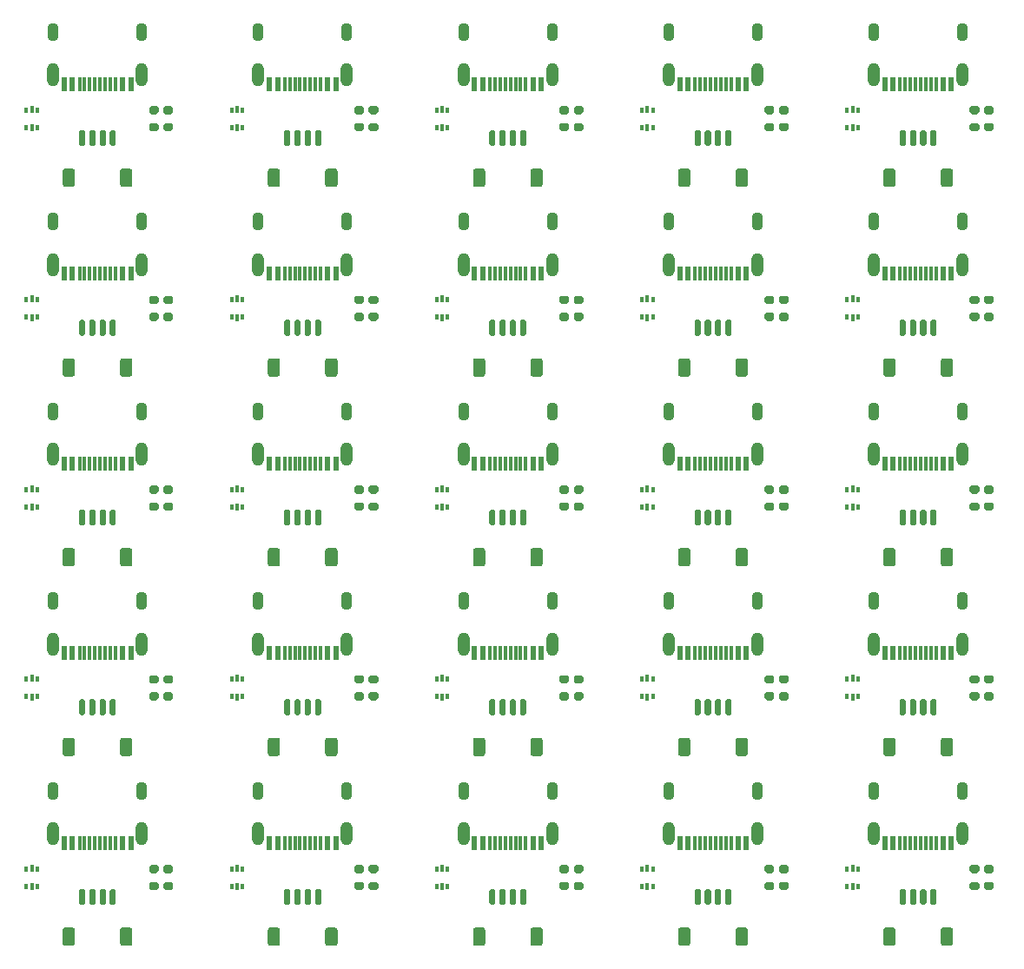
<source format=gtp>
%TF.GenerationSoftware,KiCad,Pcbnew,(5.1.10)-1*%
%TF.CreationDate,2022-06-24T19:56:54+08:00*%
%TF.ProjectId,u1_Warped,75315f57-6172-4706-9564-2e6b69636164,rev?*%
%TF.SameCoordinates,Original*%
%TF.FileFunction,Paste,Top*%
%TF.FilePolarity,Positive*%
%FSLAX46Y46*%
G04 Gerber Fmt 4.6, Leading zero omitted, Abs format (unit mm)*
G04 Created by KiCad (PCBNEW (5.1.10)-1) date 2022-06-24 19:56:54*
%MOMM*%
%LPD*%
G01*
G04 APERTURE LIST*
%ADD10R,0.600000X1.450000*%
%ADD11R,0.300000X1.450000*%
%ADD12O,1.200000X2.300000*%
%ADD13O,1.100000X1.800000*%
%ADD14R,0.375000X0.500000*%
%ADD15R,0.300000X0.650000*%
G04 APERTURE END LIST*
%TO.C,R1*%
G36*
G01*
X139225000Y-117375000D02*
X139775000Y-117375000D01*
G75*
G02*
X139975000Y-117575000I0J-200000D01*
G01*
X139975000Y-117975000D01*
G75*
G02*
X139775000Y-118175000I-200000J0D01*
G01*
X139225000Y-118175000D01*
G75*
G02*
X139025000Y-117975000I0J200000D01*
G01*
X139025000Y-117575000D01*
G75*
G02*
X139225000Y-117375000I200000J0D01*
G01*
G37*
G36*
G01*
X139225000Y-119025000D02*
X139775000Y-119025000D01*
G75*
G02*
X139975000Y-119225000I0J-200000D01*
G01*
X139975000Y-119625000D01*
G75*
G02*
X139775000Y-119825000I-200000J0D01*
G01*
X139225000Y-119825000D01*
G75*
G02*
X139025000Y-119625000I0J200000D01*
G01*
X139025000Y-119225000D01*
G75*
G02*
X139225000Y-119025000I200000J0D01*
G01*
G37*
%TD*%
%TO.C,R1*%
G36*
G01*
X119225000Y-117375000D02*
X119775000Y-117375000D01*
G75*
G02*
X119975000Y-117575000I0J-200000D01*
G01*
X119975000Y-117975000D01*
G75*
G02*
X119775000Y-118175000I-200000J0D01*
G01*
X119225000Y-118175000D01*
G75*
G02*
X119025000Y-117975000I0J200000D01*
G01*
X119025000Y-117575000D01*
G75*
G02*
X119225000Y-117375000I200000J0D01*
G01*
G37*
G36*
G01*
X119225000Y-119025000D02*
X119775000Y-119025000D01*
G75*
G02*
X119975000Y-119225000I0J-200000D01*
G01*
X119975000Y-119625000D01*
G75*
G02*
X119775000Y-119825000I-200000J0D01*
G01*
X119225000Y-119825000D01*
G75*
G02*
X119025000Y-119625000I0J200000D01*
G01*
X119025000Y-119225000D01*
G75*
G02*
X119225000Y-119025000I200000J0D01*
G01*
G37*
%TD*%
%TO.C,R1*%
G36*
G01*
X99225000Y-117375000D02*
X99775000Y-117375000D01*
G75*
G02*
X99975000Y-117575000I0J-200000D01*
G01*
X99975000Y-117975000D01*
G75*
G02*
X99775000Y-118175000I-200000J0D01*
G01*
X99225000Y-118175000D01*
G75*
G02*
X99025000Y-117975000I0J200000D01*
G01*
X99025000Y-117575000D01*
G75*
G02*
X99225000Y-117375000I200000J0D01*
G01*
G37*
G36*
G01*
X99225000Y-119025000D02*
X99775000Y-119025000D01*
G75*
G02*
X99975000Y-119225000I0J-200000D01*
G01*
X99975000Y-119625000D01*
G75*
G02*
X99775000Y-119825000I-200000J0D01*
G01*
X99225000Y-119825000D01*
G75*
G02*
X99025000Y-119625000I0J200000D01*
G01*
X99025000Y-119225000D01*
G75*
G02*
X99225000Y-119025000I200000J0D01*
G01*
G37*
%TD*%
%TO.C,R1*%
G36*
G01*
X79225000Y-117375000D02*
X79775000Y-117375000D01*
G75*
G02*
X79975000Y-117575000I0J-200000D01*
G01*
X79975000Y-117975000D01*
G75*
G02*
X79775000Y-118175000I-200000J0D01*
G01*
X79225000Y-118175000D01*
G75*
G02*
X79025000Y-117975000I0J200000D01*
G01*
X79025000Y-117575000D01*
G75*
G02*
X79225000Y-117375000I200000J0D01*
G01*
G37*
G36*
G01*
X79225000Y-119025000D02*
X79775000Y-119025000D01*
G75*
G02*
X79975000Y-119225000I0J-200000D01*
G01*
X79975000Y-119625000D01*
G75*
G02*
X79775000Y-119825000I-200000J0D01*
G01*
X79225000Y-119825000D01*
G75*
G02*
X79025000Y-119625000I0J200000D01*
G01*
X79025000Y-119225000D01*
G75*
G02*
X79225000Y-119025000I200000J0D01*
G01*
G37*
%TD*%
%TO.C,R1*%
G36*
G01*
X59225000Y-117375000D02*
X59775000Y-117375000D01*
G75*
G02*
X59975000Y-117575000I0J-200000D01*
G01*
X59975000Y-117975000D01*
G75*
G02*
X59775000Y-118175000I-200000J0D01*
G01*
X59225000Y-118175000D01*
G75*
G02*
X59025000Y-117975000I0J200000D01*
G01*
X59025000Y-117575000D01*
G75*
G02*
X59225000Y-117375000I200000J0D01*
G01*
G37*
G36*
G01*
X59225000Y-119025000D02*
X59775000Y-119025000D01*
G75*
G02*
X59975000Y-119225000I0J-200000D01*
G01*
X59975000Y-119625000D01*
G75*
G02*
X59775000Y-119825000I-200000J0D01*
G01*
X59225000Y-119825000D01*
G75*
G02*
X59025000Y-119625000I0J200000D01*
G01*
X59025000Y-119225000D01*
G75*
G02*
X59225000Y-119025000I200000J0D01*
G01*
G37*
%TD*%
%TO.C,R1*%
G36*
G01*
X139225000Y-98875000D02*
X139775000Y-98875000D01*
G75*
G02*
X139975000Y-99075000I0J-200000D01*
G01*
X139975000Y-99475000D01*
G75*
G02*
X139775000Y-99675000I-200000J0D01*
G01*
X139225000Y-99675000D01*
G75*
G02*
X139025000Y-99475000I0J200000D01*
G01*
X139025000Y-99075000D01*
G75*
G02*
X139225000Y-98875000I200000J0D01*
G01*
G37*
G36*
G01*
X139225000Y-100525000D02*
X139775000Y-100525000D01*
G75*
G02*
X139975000Y-100725000I0J-200000D01*
G01*
X139975000Y-101125000D01*
G75*
G02*
X139775000Y-101325000I-200000J0D01*
G01*
X139225000Y-101325000D01*
G75*
G02*
X139025000Y-101125000I0J200000D01*
G01*
X139025000Y-100725000D01*
G75*
G02*
X139225000Y-100525000I200000J0D01*
G01*
G37*
%TD*%
%TO.C,R1*%
G36*
G01*
X119225000Y-98875000D02*
X119775000Y-98875000D01*
G75*
G02*
X119975000Y-99075000I0J-200000D01*
G01*
X119975000Y-99475000D01*
G75*
G02*
X119775000Y-99675000I-200000J0D01*
G01*
X119225000Y-99675000D01*
G75*
G02*
X119025000Y-99475000I0J200000D01*
G01*
X119025000Y-99075000D01*
G75*
G02*
X119225000Y-98875000I200000J0D01*
G01*
G37*
G36*
G01*
X119225000Y-100525000D02*
X119775000Y-100525000D01*
G75*
G02*
X119975000Y-100725000I0J-200000D01*
G01*
X119975000Y-101125000D01*
G75*
G02*
X119775000Y-101325000I-200000J0D01*
G01*
X119225000Y-101325000D01*
G75*
G02*
X119025000Y-101125000I0J200000D01*
G01*
X119025000Y-100725000D01*
G75*
G02*
X119225000Y-100525000I200000J0D01*
G01*
G37*
%TD*%
%TO.C,R1*%
G36*
G01*
X99225000Y-98875000D02*
X99775000Y-98875000D01*
G75*
G02*
X99975000Y-99075000I0J-200000D01*
G01*
X99975000Y-99475000D01*
G75*
G02*
X99775000Y-99675000I-200000J0D01*
G01*
X99225000Y-99675000D01*
G75*
G02*
X99025000Y-99475000I0J200000D01*
G01*
X99025000Y-99075000D01*
G75*
G02*
X99225000Y-98875000I200000J0D01*
G01*
G37*
G36*
G01*
X99225000Y-100525000D02*
X99775000Y-100525000D01*
G75*
G02*
X99975000Y-100725000I0J-200000D01*
G01*
X99975000Y-101125000D01*
G75*
G02*
X99775000Y-101325000I-200000J0D01*
G01*
X99225000Y-101325000D01*
G75*
G02*
X99025000Y-101125000I0J200000D01*
G01*
X99025000Y-100725000D01*
G75*
G02*
X99225000Y-100525000I200000J0D01*
G01*
G37*
%TD*%
%TO.C,R1*%
G36*
G01*
X79225000Y-98875000D02*
X79775000Y-98875000D01*
G75*
G02*
X79975000Y-99075000I0J-200000D01*
G01*
X79975000Y-99475000D01*
G75*
G02*
X79775000Y-99675000I-200000J0D01*
G01*
X79225000Y-99675000D01*
G75*
G02*
X79025000Y-99475000I0J200000D01*
G01*
X79025000Y-99075000D01*
G75*
G02*
X79225000Y-98875000I200000J0D01*
G01*
G37*
G36*
G01*
X79225000Y-100525000D02*
X79775000Y-100525000D01*
G75*
G02*
X79975000Y-100725000I0J-200000D01*
G01*
X79975000Y-101125000D01*
G75*
G02*
X79775000Y-101325000I-200000J0D01*
G01*
X79225000Y-101325000D01*
G75*
G02*
X79025000Y-101125000I0J200000D01*
G01*
X79025000Y-100725000D01*
G75*
G02*
X79225000Y-100525000I200000J0D01*
G01*
G37*
%TD*%
%TO.C,R1*%
G36*
G01*
X59225000Y-98875000D02*
X59775000Y-98875000D01*
G75*
G02*
X59975000Y-99075000I0J-200000D01*
G01*
X59975000Y-99475000D01*
G75*
G02*
X59775000Y-99675000I-200000J0D01*
G01*
X59225000Y-99675000D01*
G75*
G02*
X59025000Y-99475000I0J200000D01*
G01*
X59025000Y-99075000D01*
G75*
G02*
X59225000Y-98875000I200000J0D01*
G01*
G37*
G36*
G01*
X59225000Y-100525000D02*
X59775000Y-100525000D01*
G75*
G02*
X59975000Y-100725000I0J-200000D01*
G01*
X59975000Y-101125000D01*
G75*
G02*
X59775000Y-101325000I-200000J0D01*
G01*
X59225000Y-101325000D01*
G75*
G02*
X59025000Y-101125000I0J200000D01*
G01*
X59025000Y-100725000D01*
G75*
G02*
X59225000Y-100525000I200000J0D01*
G01*
G37*
%TD*%
%TO.C,R1*%
G36*
G01*
X139225000Y-80375000D02*
X139775000Y-80375000D01*
G75*
G02*
X139975000Y-80575000I0J-200000D01*
G01*
X139975000Y-80975000D01*
G75*
G02*
X139775000Y-81175000I-200000J0D01*
G01*
X139225000Y-81175000D01*
G75*
G02*
X139025000Y-80975000I0J200000D01*
G01*
X139025000Y-80575000D01*
G75*
G02*
X139225000Y-80375000I200000J0D01*
G01*
G37*
G36*
G01*
X139225000Y-82025000D02*
X139775000Y-82025000D01*
G75*
G02*
X139975000Y-82225000I0J-200000D01*
G01*
X139975000Y-82625000D01*
G75*
G02*
X139775000Y-82825000I-200000J0D01*
G01*
X139225000Y-82825000D01*
G75*
G02*
X139025000Y-82625000I0J200000D01*
G01*
X139025000Y-82225000D01*
G75*
G02*
X139225000Y-82025000I200000J0D01*
G01*
G37*
%TD*%
%TO.C,R1*%
G36*
G01*
X119225000Y-80375000D02*
X119775000Y-80375000D01*
G75*
G02*
X119975000Y-80575000I0J-200000D01*
G01*
X119975000Y-80975000D01*
G75*
G02*
X119775000Y-81175000I-200000J0D01*
G01*
X119225000Y-81175000D01*
G75*
G02*
X119025000Y-80975000I0J200000D01*
G01*
X119025000Y-80575000D01*
G75*
G02*
X119225000Y-80375000I200000J0D01*
G01*
G37*
G36*
G01*
X119225000Y-82025000D02*
X119775000Y-82025000D01*
G75*
G02*
X119975000Y-82225000I0J-200000D01*
G01*
X119975000Y-82625000D01*
G75*
G02*
X119775000Y-82825000I-200000J0D01*
G01*
X119225000Y-82825000D01*
G75*
G02*
X119025000Y-82625000I0J200000D01*
G01*
X119025000Y-82225000D01*
G75*
G02*
X119225000Y-82025000I200000J0D01*
G01*
G37*
%TD*%
%TO.C,R1*%
G36*
G01*
X99225000Y-80375000D02*
X99775000Y-80375000D01*
G75*
G02*
X99975000Y-80575000I0J-200000D01*
G01*
X99975000Y-80975000D01*
G75*
G02*
X99775000Y-81175000I-200000J0D01*
G01*
X99225000Y-81175000D01*
G75*
G02*
X99025000Y-80975000I0J200000D01*
G01*
X99025000Y-80575000D01*
G75*
G02*
X99225000Y-80375000I200000J0D01*
G01*
G37*
G36*
G01*
X99225000Y-82025000D02*
X99775000Y-82025000D01*
G75*
G02*
X99975000Y-82225000I0J-200000D01*
G01*
X99975000Y-82625000D01*
G75*
G02*
X99775000Y-82825000I-200000J0D01*
G01*
X99225000Y-82825000D01*
G75*
G02*
X99025000Y-82625000I0J200000D01*
G01*
X99025000Y-82225000D01*
G75*
G02*
X99225000Y-82025000I200000J0D01*
G01*
G37*
%TD*%
%TO.C,R1*%
G36*
G01*
X79225000Y-80375000D02*
X79775000Y-80375000D01*
G75*
G02*
X79975000Y-80575000I0J-200000D01*
G01*
X79975000Y-80975000D01*
G75*
G02*
X79775000Y-81175000I-200000J0D01*
G01*
X79225000Y-81175000D01*
G75*
G02*
X79025000Y-80975000I0J200000D01*
G01*
X79025000Y-80575000D01*
G75*
G02*
X79225000Y-80375000I200000J0D01*
G01*
G37*
G36*
G01*
X79225000Y-82025000D02*
X79775000Y-82025000D01*
G75*
G02*
X79975000Y-82225000I0J-200000D01*
G01*
X79975000Y-82625000D01*
G75*
G02*
X79775000Y-82825000I-200000J0D01*
G01*
X79225000Y-82825000D01*
G75*
G02*
X79025000Y-82625000I0J200000D01*
G01*
X79025000Y-82225000D01*
G75*
G02*
X79225000Y-82025000I200000J0D01*
G01*
G37*
%TD*%
%TO.C,R1*%
G36*
G01*
X59225000Y-80375000D02*
X59775000Y-80375000D01*
G75*
G02*
X59975000Y-80575000I0J-200000D01*
G01*
X59975000Y-80975000D01*
G75*
G02*
X59775000Y-81175000I-200000J0D01*
G01*
X59225000Y-81175000D01*
G75*
G02*
X59025000Y-80975000I0J200000D01*
G01*
X59025000Y-80575000D01*
G75*
G02*
X59225000Y-80375000I200000J0D01*
G01*
G37*
G36*
G01*
X59225000Y-82025000D02*
X59775000Y-82025000D01*
G75*
G02*
X59975000Y-82225000I0J-200000D01*
G01*
X59975000Y-82625000D01*
G75*
G02*
X59775000Y-82825000I-200000J0D01*
G01*
X59225000Y-82825000D01*
G75*
G02*
X59025000Y-82625000I0J200000D01*
G01*
X59025000Y-82225000D01*
G75*
G02*
X59225000Y-82025000I200000J0D01*
G01*
G37*
%TD*%
%TO.C,R1*%
G36*
G01*
X139225000Y-61875000D02*
X139775000Y-61875000D01*
G75*
G02*
X139975000Y-62075000I0J-200000D01*
G01*
X139975000Y-62475000D01*
G75*
G02*
X139775000Y-62675000I-200000J0D01*
G01*
X139225000Y-62675000D01*
G75*
G02*
X139025000Y-62475000I0J200000D01*
G01*
X139025000Y-62075000D01*
G75*
G02*
X139225000Y-61875000I200000J0D01*
G01*
G37*
G36*
G01*
X139225000Y-63525000D02*
X139775000Y-63525000D01*
G75*
G02*
X139975000Y-63725000I0J-200000D01*
G01*
X139975000Y-64125000D01*
G75*
G02*
X139775000Y-64325000I-200000J0D01*
G01*
X139225000Y-64325000D01*
G75*
G02*
X139025000Y-64125000I0J200000D01*
G01*
X139025000Y-63725000D01*
G75*
G02*
X139225000Y-63525000I200000J0D01*
G01*
G37*
%TD*%
%TO.C,R1*%
G36*
G01*
X119225000Y-61875000D02*
X119775000Y-61875000D01*
G75*
G02*
X119975000Y-62075000I0J-200000D01*
G01*
X119975000Y-62475000D01*
G75*
G02*
X119775000Y-62675000I-200000J0D01*
G01*
X119225000Y-62675000D01*
G75*
G02*
X119025000Y-62475000I0J200000D01*
G01*
X119025000Y-62075000D01*
G75*
G02*
X119225000Y-61875000I200000J0D01*
G01*
G37*
G36*
G01*
X119225000Y-63525000D02*
X119775000Y-63525000D01*
G75*
G02*
X119975000Y-63725000I0J-200000D01*
G01*
X119975000Y-64125000D01*
G75*
G02*
X119775000Y-64325000I-200000J0D01*
G01*
X119225000Y-64325000D01*
G75*
G02*
X119025000Y-64125000I0J200000D01*
G01*
X119025000Y-63725000D01*
G75*
G02*
X119225000Y-63525000I200000J0D01*
G01*
G37*
%TD*%
%TO.C,R1*%
G36*
G01*
X99225000Y-61875000D02*
X99775000Y-61875000D01*
G75*
G02*
X99975000Y-62075000I0J-200000D01*
G01*
X99975000Y-62475000D01*
G75*
G02*
X99775000Y-62675000I-200000J0D01*
G01*
X99225000Y-62675000D01*
G75*
G02*
X99025000Y-62475000I0J200000D01*
G01*
X99025000Y-62075000D01*
G75*
G02*
X99225000Y-61875000I200000J0D01*
G01*
G37*
G36*
G01*
X99225000Y-63525000D02*
X99775000Y-63525000D01*
G75*
G02*
X99975000Y-63725000I0J-200000D01*
G01*
X99975000Y-64125000D01*
G75*
G02*
X99775000Y-64325000I-200000J0D01*
G01*
X99225000Y-64325000D01*
G75*
G02*
X99025000Y-64125000I0J200000D01*
G01*
X99025000Y-63725000D01*
G75*
G02*
X99225000Y-63525000I200000J0D01*
G01*
G37*
%TD*%
%TO.C,R1*%
G36*
G01*
X79225000Y-61875000D02*
X79775000Y-61875000D01*
G75*
G02*
X79975000Y-62075000I0J-200000D01*
G01*
X79975000Y-62475000D01*
G75*
G02*
X79775000Y-62675000I-200000J0D01*
G01*
X79225000Y-62675000D01*
G75*
G02*
X79025000Y-62475000I0J200000D01*
G01*
X79025000Y-62075000D01*
G75*
G02*
X79225000Y-61875000I200000J0D01*
G01*
G37*
G36*
G01*
X79225000Y-63525000D02*
X79775000Y-63525000D01*
G75*
G02*
X79975000Y-63725000I0J-200000D01*
G01*
X79975000Y-64125000D01*
G75*
G02*
X79775000Y-64325000I-200000J0D01*
G01*
X79225000Y-64325000D01*
G75*
G02*
X79025000Y-64125000I0J200000D01*
G01*
X79025000Y-63725000D01*
G75*
G02*
X79225000Y-63525000I200000J0D01*
G01*
G37*
%TD*%
%TO.C,R1*%
G36*
G01*
X59225000Y-61875000D02*
X59775000Y-61875000D01*
G75*
G02*
X59975000Y-62075000I0J-200000D01*
G01*
X59975000Y-62475000D01*
G75*
G02*
X59775000Y-62675000I-200000J0D01*
G01*
X59225000Y-62675000D01*
G75*
G02*
X59025000Y-62475000I0J200000D01*
G01*
X59025000Y-62075000D01*
G75*
G02*
X59225000Y-61875000I200000J0D01*
G01*
G37*
G36*
G01*
X59225000Y-63525000D02*
X59775000Y-63525000D01*
G75*
G02*
X59975000Y-63725000I0J-200000D01*
G01*
X59975000Y-64125000D01*
G75*
G02*
X59775000Y-64325000I-200000J0D01*
G01*
X59225000Y-64325000D01*
G75*
G02*
X59025000Y-64125000I0J200000D01*
G01*
X59025000Y-63725000D01*
G75*
G02*
X59225000Y-63525000I200000J0D01*
G01*
G37*
%TD*%
%TO.C,R1*%
G36*
G01*
X139225000Y-43375000D02*
X139775000Y-43375000D01*
G75*
G02*
X139975000Y-43575000I0J-200000D01*
G01*
X139975000Y-43975000D01*
G75*
G02*
X139775000Y-44175000I-200000J0D01*
G01*
X139225000Y-44175000D01*
G75*
G02*
X139025000Y-43975000I0J200000D01*
G01*
X139025000Y-43575000D01*
G75*
G02*
X139225000Y-43375000I200000J0D01*
G01*
G37*
G36*
G01*
X139225000Y-45025000D02*
X139775000Y-45025000D01*
G75*
G02*
X139975000Y-45225000I0J-200000D01*
G01*
X139975000Y-45625000D01*
G75*
G02*
X139775000Y-45825000I-200000J0D01*
G01*
X139225000Y-45825000D01*
G75*
G02*
X139025000Y-45625000I0J200000D01*
G01*
X139025000Y-45225000D01*
G75*
G02*
X139225000Y-45025000I200000J0D01*
G01*
G37*
%TD*%
%TO.C,R1*%
G36*
G01*
X119225000Y-43375000D02*
X119775000Y-43375000D01*
G75*
G02*
X119975000Y-43575000I0J-200000D01*
G01*
X119975000Y-43975000D01*
G75*
G02*
X119775000Y-44175000I-200000J0D01*
G01*
X119225000Y-44175000D01*
G75*
G02*
X119025000Y-43975000I0J200000D01*
G01*
X119025000Y-43575000D01*
G75*
G02*
X119225000Y-43375000I200000J0D01*
G01*
G37*
G36*
G01*
X119225000Y-45025000D02*
X119775000Y-45025000D01*
G75*
G02*
X119975000Y-45225000I0J-200000D01*
G01*
X119975000Y-45625000D01*
G75*
G02*
X119775000Y-45825000I-200000J0D01*
G01*
X119225000Y-45825000D01*
G75*
G02*
X119025000Y-45625000I0J200000D01*
G01*
X119025000Y-45225000D01*
G75*
G02*
X119225000Y-45025000I200000J0D01*
G01*
G37*
%TD*%
%TO.C,R1*%
G36*
G01*
X99225000Y-43375000D02*
X99775000Y-43375000D01*
G75*
G02*
X99975000Y-43575000I0J-200000D01*
G01*
X99975000Y-43975000D01*
G75*
G02*
X99775000Y-44175000I-200000J0D01*
G01*
X99225000Y-44175000D01*
G75*
G02*
X99025000Y-43975000I0J200000D01*
G01*
X99025000Y-43575000D01*
G75*
G02*
X99225000Y-43375000I200000J0D01*
G01*
G37*
G36*
G01*
X99225000Y-45025000D02*
X99775000Y-45025000D01*
G75*
G02*
X99975000Y-45225000I0J-200000D01*
G01*
X99975000Y-45625000D01*
G75*
G02*
X99775000Y-45825000I-200000J0D01*
G01*
X99225000Y-45825000D01*
G75*
G02*
X99025000Y-45625000I0J200000D01*
G01*
X99025000Y-45225000D01*
G75*
G02*
X99225000Y-45025000I200000J0D01*
G01*
G37*
%TD*%
%TO.C,R1*%
G36*
G01*
X79225000Y-43375000D02*
X79775000Y-43375000D01*
G75*
G02*
X79975000Y-43575000I0J-200000D01*
G01*
X79975000Y-43975000D01*
G75*
G02*
X79775000Y-44175000I-200000J0D01*
G01*
X79225000Y-44175000D01*
G75*
G02*
X79025000Y-43975000I0J200000D01*
G01*
X79025000Y-43575000D01*
G75*
G02*
X79225000Y-43375000I200000J0D01*
G01*
G37*
G36*
G01*
X79225000Y-45025000D02*
X79775000Y-45025000D01*
G75*
G02*
X79975000Y-45225000I0J-200000D01*
G01*
X79975000Y-45625000D01*
G75*
G02*
X79775000Y-45825000I-200000J0D01*
G01*
X79225000Y-45825000D01*
G75*
G02*
X79025000Y-45625000I0J200000D01*
G01*
X79025000Y-45225000D01*
G75*
G02*
X79225000Y-45025000I200000J0D01*
G01*
G37*
%TD*%
%TO.C,J2*%
G36*
G01*
X132200000Y-121125000D02*
X132200000Y-119875000D01*
G75*
G02*
X132350000Y-119725000I150000J0D01*
G01*
X132650000Y-119725000D01*
G75*
G02*
X132800000Y-119875000I0J-150000D01*
G01*
X132800000Y-121125000D01*
G75*
G02*
X132650000Y-121275000I-150000J0D01*
G01*
X132350000Y-121275000D01*
G75*
G02*
X132200000Y-121125000I0J150000D01*
G01*
G37*
G36*
G01*
X133200000Y-121125000D02*
X133200000Y-119875000D01*
G75*
G02*
X133350000Y-119725000I150000J0D01*
G01*
X133650000Y-119725000D01*
G75*
G02*
X133800000Y-119875000I0J-150000D01*
G01*
X133800000Y-121125000D01*
G75*
G02*
X133650000Y-121275000I-150000J0D01*
G01*
X133350000Y-121275000D01*
G75*
G02*
X133200000Y-121125000I0J150000D01*
G01*
G37*
G36*
G01*
X134200000Y-121125000D02*
X134200000Y-119875000D01*
G75*
G02*
X134350000Y-119725000I150000J0D01*
G01*
X134650000Y-119725000D01*
G75*
G02*
X134800000Y-119875000I0J-150000D01*
G01*
X134800000Y-121125000D01*
G75*
G02*
X134650000Y-121275000I-150000J0D01*
G01*
X134350000Y-121275000D01*
G75*
G02*
X134200000Y-121125000I0J150000D01*
G01*
G37*
G36*
G01*
X135200000Y-121125000D02*
X135200000Y-119875000D01*
G75*
G02*
X135350000Y-119725000I150000J0D01*
G01*
X135650000Y-119725000D01*
G75*
G02*
X135800000Y-119875000I0J-150000D01*
G01*
X135800000Y-121125000D01*
G75*
G02*
X135650000Y-121275000I-150000J0D01*
G01*
X135350000Y-121275000D01*
G75*
G02*
X135200000Y-121125000I0J150000D01*
G01*
G37*
G36*
G01*
X130600000Y-125025001D02*
X130600000Y-123724999D01*
G75*
G02*
X130849999Y-123475000I249999J0D01*
G01*
X131550001Y-123475000D01*
G75*
G02*
X131800000Y-123724999I0J-249999D01*
G01*
X131800000Y-125025001D01*
G75*
G02*
X131550001Y-125275000I-249999J0D01*
G01*
X130849999Y-125275000D01*
G75*
G02*
X130600000Y-125025001I0J249999D01*
G01*
G37*
G36*
G01*
X136200000Y-125025001D02*
X136200000Y-123724999D01*
G75*
G02*
X136449999Y-123475000I249999J0D01*
G01*
X137150001Y-123475000D01*
G75*
G02*
X137400000Y-123724999I0J-249999D01*
G01*
X137400000Y-125025001D01*
G75*
G02*
X137150001Y-125275000I-249999J0D01*
G01*
X136449999Y-125275000D01*
G75*
G02*
X136200000Y-125025001I0J249999D01*
G01*
G37*
%TD*%
%TO.C,J2*%
G36*
G01*
X112200000Y-121125000D02*
X112200000Y-119875000D01*
G75*
G02*
X112350000Y-119725000I150000J0D01*
G01*
X112650000Y-119725000D01*
G75*
G02*
X112800000Y-119875000I0J-150000D01*
G01*
X112800000Y-121125000D01*
G75*
G02*
X112650000Y-121275000I-150000J0D01*
G01*
X112350000Y-121275000D01*
G75*
G02*
X112200000Y-121125000I0J150000D01*
G01*
G37*
G36*
G01*
X113200000Y-121125000D02*
X113200000Y-119875000D01*
G75*
G02*
X113350000Y-119725000I150000J0D01*
G01*
X113650000Y-119725000D01*
G75*
G02*
X113800000Y-119875000I0J-150000D01*
G01*
X113800000Y-121125000D01*
G75*
G02*
X113650000Y-121275000I-150000J0D01*
G01*
X113350000Y-121275000D01*
G75*
G02*
X113200000Y-121125000I0J150000D01*
G01*
G37*
G36*
G01*
X114200000Y-121125000D02*
X114200000Y-119875000D01*
G75*
G02*
X114350000Y-119725000I150000J0D01*
G01*
X114650000Y-119725000D01*
G75*
G02*
X114800000Y-119875000I0J-150000D01*
G01*
X114800000Y-121125000D01*
G75*
G02*
X114650000Y-121275000I-150000J0D01*
G01*
X114350000Y-121275000D01*
G75*
G02*
X114200000Y-121125000I0J150000D01*
G01*
G37*
G36*
G01*
X115200000Y-121125000D02*
X115200000Y-119875000D01*
G75*
G02*
X115350000Y-119725000I150000J0D01*
G01*
X115650000Y-119725000D01*
G75*
G02*
X115800000Y-119875000I0J-150000D01*
G01*
X115800000Y-121125000D01*
G75*
G02*
X115650000Y-121275000I-150000J0D01*
G01*
X115350000Y-121275000D01*
G75*
G02*
X115200000Y-121125000I0J150000D01*
G01*
G37*
G36*
G01*
X110600000Y-125025001D02*
X110600000Y-123724999D01*
G75*
G02*
X110849999Y-123475000I249999J0D01*
G01*
X111550001Y-123475000D01*
G75*
G02*
X111800000Y-123724999I0J-249999D01*
G01*
X111800000Y-125025001D01*
G75*
G02*
X111550001Y-125275000I-249999J0D01*
G01*
X110849999Y-125275000D01*
G75*
G02*
X110600000Y-125025001I0J249999D01*
G01*
G37*
G36*
G01*
X116200000Y-125025001D02*
X116200000Y-123724999D01*
G75*
G02*
X116449999Y-123475000I249999J0D01*
G01*
X117150001Y-123475000D01*
G75*
G02*
X117400000Y-123724999I0J-249999D01*
G01*
X117400000Y-125025001D01*
G75*
G02*
X117150001Y-125275000I-249999J0D01*
G01*
X116449999Y-125275000D01*
G75*
G02*
X116200000Y-125025001I0J249999D01*
G01*
G37*
%TD*%
%TO.C,J2*%
G36*
G01*
X92200000Y-121125000D02*
X92200000Y-119875000D01*
G75*
G02*
X92350000Y-119725000I150000J0D01*
G01*
X92650000Y-119725000D01*
G75*
G02*
X92800000Y-119875000I0J-150000D01*
G01*
X92800000Y-121125000D01*
G75*
G02*
X92650000Y-121275000I-150000J0D01*
G01*
X92350000Y-121275000D01*
G75*
G02*
X92200000Y-121125000I0J150000D01*
G01*
G37*
G36*
G01*
X93200000Y-121125000D02*
X93200000Y-119875000D01*
G75*
G02*
X93350000Y-119725000I150000J0D01*
G01*
X93650000Y-119725000D01*
G75*
G02*
X93800000Y-119875000I0J-150000D01*
G01*
X93800000Y-121125000D01*
G75*
G02*
X93650000Y-121275000I-150000J0D01*
G01*
X93350000Y-121275000D01*
G75*
G02*
X93200000Y-121125000I0J150000D01*
G01*
G37*
G36*
G01*
X94200000Y-121125000D02*
X94200000Y-119875000D01*
G75*
G02*
X94350000Y-119725000I150000J0D01*
G01*
X94650000Y-119725000D01*
G75*
G02*
X94800000Y-119875000I0J-150000D01*
G01*
X94800000Y-121125000D01*
G75*
G02*
X94650000Y-121275000I-150000J0D01*
G01*
X94350000Y-121275000D01*
G75*
G02*
X94200000Y-121125000I0J150000D01*
G01*
G37*
G36*
G01*
X95200000Y-121125000D02*
X95200000Y-119875000D01*
G75*
G02*
X95350000Y-119725000I150000J0D01*
G01*
X95650000Y-119725000D01*
G75*
G02*
X95800000Y-119875000I0J-150000D01*
G01*
X95800000Y-121125000D01*
G75*
G02*
X95650000Y-121275000I-150000J0D01*
G01*
X95350000Y-121275000D01*
G75*
G02*
X95200000Y-121125000I0J150000D01*
G01*
G37*
G36*
G01*
X90600000Y-125025001D02*
X90600000Y-123724999D01*
G75*
G02*
X90849999Y-123475000I249999J0D01*
G01*
X91550001Y-123475000D01*
G75*
G02*
X91800000Y-123724999I0J-249999D01*
G01*
X91800000Y-125025001D01*
G75*
G02*
X91550001Y-125275000I-249999J0D01*
G01*
X90849999Y-125275000D01*
G75*
G02*
X90600000Y-125025001I0J249999D01*
G01*
G37*
G36*
G01*
X96200000Y-125025001D02*
X96200000Y-123724999D01*
G75*
G02*
X96449999Y-123475000I249999J0D01*
G01*
X97150001Y-123475000D01*
G75*
G02*
X97400000Y-123724999I0J-249999D01*
G01*
X97400000Y-125025001D01*
G75*
G02*
X97150001Y-125275000I-249999J0D01*
G01*
X96449999Y-125275000D01*
G75*
G02*
X96200000Y-125025001I0J249999D01*
G01*
G37*
%TD*%
%TO.C,J2*%
G36*
G01*
X72200000Y-121125000D02*
X72200000Y-119875000D01*
G75*
G02*
X72350000Y-119725000I150000J0D01*
G01*
X72650000Y-119725000D01*
G75*
G02*
X72800000Y-119875000I0J-150000D01*
G01*
X72800000Y-121125000D01*
G75*
G02*
X72650000Y-121275000I-150000J0D01*
G01*
X72350000Y-121275000D01*
G75*
G02*
X72200000Y-121125000I0J150000D01*
G01*
G37*
G36*
G01*
X73200000Y-121125000D02*
X73200000Y-119875000D01*
G75*
G02*
X73350000Y-119725000I150000J0D01*
G01*
X73650000Y-119725000D01*
G75*
G02*
X73800000Y-119875000I0J-150000D01*
G01*
X73800000Y-121125000D01*
G75*
G02*
X73650000Y-121275000I-150000J0D01*
G01*
X73350000Y-121275000D01*
G75*
G02*
X73200000Y-121125000I0J150000D01*
G01*
G37*
G36*
G01*
X74200000Y-121125000D02*
X74200000Y-119875000D01*
G75*
G02*
X74350000Y-119725000I150000J0D01*
G01*
X74650000Y-119725000D01*
G75*
G02*
X74800000Y-119875000I0J-150000D01*
G01*
X74800000Y-121125000D01*
G75*
G02*
X74650000Y-121275000I-150000J0D01*
G01*
X74350000Y-121275000D01*
G75*
G02*
X74200000Y-121125000I0J150000D01*
G01*
G37*
G36*
G01*
X75200000Y-121125000D02*
X75200000Y-119875000D01*
G75*
G02*
X75350000Y-119725000I150000J0D01*
G01*
X75650000Y-119725000D01*
G75*
G02*
X75800000Y-119875000I0J-150000D01*
G01*
X75800000Y-121125000D01*
G75*
G02*
X75650000Y-121275000I-150000J0D01*
G01*
X75350000Y-121275000D01*
G75*
G02*
X75200000Y-121125000I0J150000D01*
G01*
G37*
G36*
G01*
X70600000Y-125025001D02*
X70600000Y-123724999D01*
G75*
G02*
X70849999Y-123475000I249999J0D01*
G01*
X71550001Y-123475000D01*
G75*
G02*
X71800000Y-123724999I0J-249999D01*
G01*
X71800000Y-125025001D01*
G75*
G02*
X71550001Y-125275000I-249999J0D01*
G01*
X70849999Y-125275000D01*
G75*
G02*
X70600000Y-125025001I0J249999D01*
G01*
G37*
G36*
G01*
X76200000Y-125025001D02*
X76200000Y-123724999D01*
G75*
G02*
X76449999Y-123475000I249999J0D01*
G01*
X77150001Y-123475000D01*
G75*
G02*
X77400000Y-123724999I0J-249999D01*
G01*
X77400000Y-125025001D01*
G75*
G02*
X77150001Y-125275000I-249999J0D01*
G01*
X76449999Y-125275000D01*
G75*
G02*
X76200000Y-125025001I0J249999D01*
G01*
G37*
%TD*%
%TO.C,J2*%
G36*
G01*
X52200000Y-121125000D02*
X52200000Y-119875000D01*
G75*
G02*
X52350000Y-119725000I150000J0D01*
G01*
X52650000Y-119725000D01*
G75*
G02*
X52800000Y-119875000I0J-150000D01*
G01*
X52800000Y-121125000D01*
G75*
G02*
X52650000Y-121275000I-150000J0D01*
G01*
X52350000Y-121275000D01*
G75*
G02*
X52200000Y-121125000I0J150000D01*
G01*
G37*
G36*
G01*
X53200000Y-121125000D02*
X53200000Y-119875000D01*
G75*
G02*
X53350000Y-119725000I150000J0D01*
G01*
X53650000Y-119725000D01*
G75*
G02*
X53800000Y-119875000I0J-150000D01*
G01*
X53800000Y-121125000D01*
G75*
G02*
X53650000Y-121275000I-150000J0D01*
G01*
X53350000Y-121275000D01*
G75*
G02*
X53200000Y-121125000I0J150000D01*
G01*
G37*
G36*
G01*
X54200000Y-121125000D02*
X54200000Y-119875000D01*
G75*
G02*
X54350000Y-119725000I150000J0D01*
G01*
X54650000Y-119725000D01*
G75*
G02*
X54800000Y-119875000I0J-150000D01*
G01*
X54800000Y-121125000D01*
G75*
G02*
X54650000Y-121275000I-150000J0D01*
G01*
X54350000Y-121275000D01*
G75*
G02*
X54200000Y-121125000I0J150000D01*
G01*
G37*
G36*
G01*
X55200000Y-121125000D02*
X55200000Y-119875000D01*
G75*
G02*
X55350000Y-119725000I150000J0D01*
G01*
X55650000Y-119725000D01*
G75*
G02*
X55800000Y-119875000I0J-150000D01*
G01*
X55800000Y-121125000D01*
G75*
G02*
X55650000Y-121275000I-150000J0D01*
G01*
X55350000Y-121275000D01*
G75*
G02*
X55200000Y-121125000I0J150000D01*
G01*
G37*
G36*
G01*
X50600000Y-125025001D02*
X50600000Y-123724999D01*
G75*
G02*
X50849999Y-123475000I249999J0D01*
G01*
X51550001Y-123475000D01*
G75*
G02*
X51800000Y-123724999I0J-249999D01*
G01*
X51800000Y-125025001D01*
G75*
G02*
X51550001Y-125275000I-249999J0D01*
G01*
X50849999Y-125275000D01*
G75*
G02*
X50600000Y-125025001I0J249999D01*
G01*
G37*
G36*
G01*
X56200000Y-125025001D02*
X56200000Y-123724999D01*
G75*
G02*
X56449999Y-123475000I249999J0D01*
G01*
X57150001Y-123475000D01*
G75*
G02*
X57400000Y-123724999I0J-249999D01*
G01*
X57400000Y-125025001D01*
G75*
G02*
X57150001Y-125275000I-249999J0D01*
G01*
X56449999Y-125275000D01*
G75*
G02*
X56200000Y-125025001I0J249999D01*
G01*
G37*
%TD*%
%TO.C,J2*%
G36*
G01*
X132200000Y-102625000D02*
X132200000Y-101375000D01*
G75*
G02*
X132350000Y-101225000I150000J0D01*
G01*
X132650000Y-101225000D01*
G75*
G02*
X132800000Y-101375000I0J-150000D01*
G01*
X132800000Y-102625000D01*
G75*
G02*
X132650000Y-102775000I-150000J0D01*
G01*
X132350000Y-102775000D01*
G75*
G02*
X132200000Y-102625000I0J150000D01*
G01*
G37*
G36*
G01*
X133200000Y-102625000D02*
X133200000Y-101375000D01*
G75*
G02*
X133350000Y-101225000I150000J0D01*
G01*
X133650000Y-101225000D01*
G75*
G02*
X133800000Y-101375000I0J-150000D01*
G01*
X133800000Y-102625000D01*
G75*
G02*
X133650000Y-102775000I-150000J0D01*
G01*
X133350000Y-102775000D01*
G75*
G02*
X133200000Y-102625000I0J150000D01*
G01*
G37*
G36*
G01*
X134200000Y-102625000D02*
X134200000Y-101375000D01*
G75*
G02*
X134350000Y-101225000I150000J0D01*
G01*
X134650000Y-101225000D01*
G75*
G02*
X134800000Y-101375000I0J-150000D01*
G01*
X134800000Y-102625000D01*
G75*
G02*
X134650000Y-102775000I-150000J0D01*
G01*
X134350000Y-102775000D01*
G75*
G02*
X134200000Y-102625000I0J150000D01*
G01*
G37*
G36*
G01*
X135200000Y-102625000D02*
X135200000Y-101375000D01*
G75*
G02*
X135350000Y-101225000I150000J0D01*
G01*
X135650000Y-101225000D01*
G75*
G02*
X135800000Y-101375000I0J-150000D01*
G01*
X135800000Y-102625000D01*
G75*
G02*
X135650000Y-102775000I-150000J0D01*
G01*
X135350000Y-102775000D01*
G75*
G02*
X135200000Y-102625000I0J150000D01*
G01*
G37*
G36*
G01*
X130600000Y-106525001D02*
X130600000Y-105224999D01*
G75*
G02*
X130849999Y-104975000I249999J0D01*
G01*
X131550001Y-104975000D01*
G75*
G02*
X131800000Y-105224999I0J-249999D01*
G01*
X131800000Y-106525001D01*
G75*
G02*
X131550001Y-106775000I-249999J0D01*
G01*
X130849999Y-106775000D01*
G75*
G02*
X130600000Y-106525001I0J249999D01*
G01*
G37*
G36*
G01*
X136200000Y-106525001D02*
X136200000Y-105224999D01*
G75*
G02*
X136449999Y-104975000I249999J0D01*
G01*
X137150001Y-104975000D01*
G75*
G02*
X137400000Y-105224999I0J-249999D01*
G01*
X137400000Y-106525001D01*
G75*
G02*
X137150001Y-106775000I-249999J0D01*
G01*
X136449999Y-106775000D01*
G75*
G02*
X136200000Y-106525001I0J249999D01*
G01*
G37*
%TD*%
%TO.C,J2*%
G36*
G01*
X112200000Y-102625000D02*
X112200000Y-101375000D01*
G75*
G02*
X112350000Y-101225000I150000J0D01*
G01*
X112650000Y-101225000D01*
G75*
G02*
X112800000Y-101375000I0J-150000D01*
G01*
X112800000Y-102625000D01*
G75*
G02*
X112650000Y-102775000I-150000J0D01*
G01*
X112350000Y-102775000D01*
G75*
G02*
X112200000Y-102625000I0J150000D01*
G01*
G37*
G36*
G01*
X113200000Y-102625000D02*
X113200000Y-101375000D01*
G75*
G02*
X113350000Y-101225000I150000J0D01*
G01*
X113650000Y-101225000D01*
G75*
G02*
X113800000Y-101375000I0J-150000D01*
G01*
X113800000Y-102625000D01*
G75*
G02*
X113650000Y-102775000I-150000J0D01*
G01*
X113350000Y-102775000D01*
G75*
G02*
X113200000Y-102625000I0J150000D01*
G01*
G37*
G36*
G01*
X114200000Y-102625000D02*
X114200000Y-101375000D01*
G75*
G02*
X114350000Y-101225000I150000J0D01*
G01*
X114650000Y-101225000D01*
G75*
G02*
X114800000Y-101375000I0J-150000D01*
G01*
X114800000Y-102625000D01*
G75*
G02*
X114650000Y-102775000I-150000J0D01*
G01*
X114350000Y-102775000D01*
G75*
G02*
X114200000Y-102625000I0J150000D01*
G01*
G37*
G36*
G01*
X115200000Y-102625000D02*
X115200000Y-101375000D01*
G75*
G02*
X115350000Y-101225000I150000J0D01*
G01*
X115650000Y-101225000D01*
G75*
G02*
X115800000Y-101375000I0J-150000D01*
G01*
X115800000Y-102625000D01*
G75*
G02*
X115650000Y-102775000I-150000J0D01*
G01*
X115350000Y-102775000D01*
G75*
G02*
X115200000Y-102625000I0J150000D01*
G01*
G37*
G36*
G01*
X110600000Y-106525001D02*
X110600000Y-105224999D01*
G75*
G02*
X110849999Y-104975000I249999J0D01*
G01*
X111550001Y-104975000D01*
G75*
G02*
X111800000Y-105224999I0J-249999D01*
G01*
X111800000Y-106525001D01*
G75*
G02*
X111550001Y-106775000I-249999J0D01*
G01*
X110849999Y-106775000D01*
G75*
G02*
X110600000Y-106525001I0J249999D01*
G01*
G37*
G36*
G01*
X116200000Y-106525001D02*
X116200000Y-105224999D01*
G75*
G02*
X116449999Y-104975000I249999J0D01*
G01*
X117150001Y-104975000D01*
G75*
G02*
X117400000Y-105224999I0J-249999D01*
G01*
X117400000Y-106525001D01*
G75*
G02*
X117150001Y-106775000I-249999J0D01*
G01*
X116449999Y-106775000D01*
G75*
G02*
X116200000Y-106525001I0J249999D01*
G01*
G37*
%TD*%
%TO.C,J2*%
G36*
G01*
X92200000Y-102625000D02*
X92200000Y-101375000D01*
G75*
G02*
X92350000Y-101225000I150000J0D01*
G01*
X92650000Y-101225000D01*
G75*
G02*
X92800000Y-101375000I0J-150000D01*
G01*
X92800000Y-102625000D01*
G75*
G02*
X92650000Y-102775000I-150000J0D01*
G01*
X92350000Y-102775000D01*
G75*
G02*
X92200000Y-102625000I0J150000D01*
G01*
G37*
G36*
G01*
X93200000Y-102625000D02*
X93200000Y-101375000D01*
G75*
G02*
X93350000Y-101225000I150000J0D01*
G01*
X93650000Y-101225000D01*
G75*
G02*
X93800000Y-101375000I0J-150000D01*
G01*
X93800000Y-102625000D01*
G75*
G02*
X93650000Y-102775000I-150000J0D01*
G01*
X93350000Y-102775000D01*
G75*
G02*
X93200000Y-102625000I0J150000D01*
G01*
G37*
G36*
G01*
X94200000Y-102625000D02*
X94200000Y-101375000D01*
G75*
G02*
X94350000Y-101225000I150000J0D01*
G01*
X94650000Y-101225000D01*
G75*
G02*
X94800000Y-101375000I0J-150000D01*
G01*
X94800000Y-102625000D01*
G75*
G02*
X94650000Y-102775000I-150000J0D01*
G01*
X94350000Y-102775000D01*
G75*
G02*
X94200000Y-102625000I0J150000D01*
G01*
G37*
G36*
G01*
X95200000Y-102625000D02*
X95200000Y-101375000D01*
G75*
G02*
X95350000Y-101225000I150000J0D01*
G01*
X95650000Y-101225000D01*
G75*
G02*
X95800000Y-101375000I0J-150000D01*
G01*
X95800000Y-102625000D01*
G75*
G02*
X95650000Y-102775000I-150000J0D01*
G01*
X95350000Y-102775000D01*
G75*
G02*
X95200000Y-102625000I0J150000D01*
G01*
G37*
G36*
G01*
X90600000Y-106525001D02*
X90600000Y-105224999D01*
G75*
G02*
X90849999Y-104975000I249999J0D01*
G01*
X91550001Y-104975000D01*
G75*
G02*
X91800000Y-105224999I0J-249999D01*
G01*
X91800000Y-106525001D01*
G75*
G02*
X91550001Y-106775000I-249999J0D01*
G01*
X90849999Y-106775000D01*
G75*
G02*
X90600000Y-106525001I0J249999D01*
G01*
G37*
G36*
G01*
X96200000Y-106525001D02*
X96200000Y-105224999D01*
G75*
G02*
X96449999Y-104975000I249999J0D01*
G01*
X97150001Y-104975000D01*
G75*
G02*
X97400000Y-105224999I0J-249999D01*
G01*
X97400000Y-106525001D01*
G75*
G02*
X97150001Y-106775000I-249999J0D01*
G01*
X96449999Y-106775000D01*
G75*
G02*
X96200000Y-106525001I0J249999D01*
G01*
G37*
%TD*%
%TO.C,J2*%
G36*
G01*
X72200000Y-102625000D02*
X72200000Y-101375000D01*
G75*
G02*
X72350000Y-101225000I150000J0D01*
G01*
X72650000Y-101225000D01*
G75*
G02*
X72800000Y-101375000I0J-150000D01*
G01*
X72800000Y-102625000D01*
G75*
G02*
X72650000Y-102775000I-150000J0D01*
G01*
X72350000Y-102775000D01*
G75*
G02*
X72200000Y-102625000I0J150000D01*
G01*
G37*
G36*
G01*
X73200000Y-102625000D02*
X73200000Y-101375000D01*
G75*
G02*
X73350000Y-101225000I150000J0D01*
G01*
X73650000Y-101225000D01*
G75*
G02*
X73800000Y-101375000I0J-150000D01*
G01*
X73800000Y-102625000D01*
G75*
G02*
X73650000Y-102775000I-150000J0D01*
G01*
X73350000Y-102775000D01*
G75*
G02*
X73200000Y-102625000I0J150000D01*
G01*
G37*
G36*
G01*
X74200000Y-102625000D02*
X74200000Y-101375000D01*
G75*
G02*
X74350000Y-101225000I150000J0D01*
G01*
X74650000Y-101225000D01*
G75*
G02*
X74800000Y-101375000I0J-150000D01*
G01*
X74800000Y-102625000D01*
G75*
G02*
X74650000Y-102775000I-150000J0D01*
G01*
X74350000Y-102775000D01*
G75*
G02*
X74200000Y-102625000I0J150000D01*
G01*
G37*
G36*
G01*
X75200000Y-102625000D02*
X75200000Y-101375000D01*
G75*
G02*
X75350000Y-101225000I150000J0D01*
G01*
X75650000Y-101225000D01*
G75*
G02*
X75800000Y-101375000I0J-150000D01*
G01*
X75800000Y-102625000D01*
G75*
G02*
X75650000Y-102775000I-150000J0D01*
G01*
X75350000Y-102775000D01*
G75*
G02*
X75200000Y-102625000I0J150000D01*
G01*
G37*
G36*
G01*
X70600000Y-106525001D02*
X70600000Y-105224999D01*
G75*
G02*
X70849999Y-104975000I249999J0D01*
G01*
X71550001Y-104975000D01*
G75*
G02*
X71800000Y-105224999I0J-249999D01*
G01*
X71800000Y-106525001D01*
G75*
G02*
X71550001Y-106775000I-249999J0D01*
G01*
X70849999Y-106775000D01*
G75*
G02*
X70600000Y-106525001I0J249999D01*
G01*
G37*
G36*
G01*
X76200000Y-106525001D02*
X76200000Y-105224999D01*
G75*
G02*
X76449999Y-104975000I249999J0D01*
G01*
X77150001Y-104975000D01*
G75*
G02*
X77400000Y-105224999I0J-249999D01*
G01*
X77400000Y-106525001D01*
G75*
G02*
X77150001Y-106775000I-249999J0D01*
G01*
X76449999Y-106775000D01*
G75*
G02*
X76200000Y-106525001I0J249999D01*
G01*
G37*
%TD*%
%TO.C,J2*%
G36*
G01*
X52200000Y-102625000D02*
X52200000Y-101375000D01*
G75*
G02*
X52350000Y-101225000I150000J0D01*
G01*
X52650000Y-101225000D01*
G75*
G02*
X52800000Y-101375000I0J-150000D01*
G01*
X52800000Y-102625000D01*
G75*
G02*
X52650000Y-102775000I-150000J0D01*
G01*
X52350000Y-102775000D01*
G75*
G02*
X52200000Y-102625000I0J150000D01*
G01*
G37*
G36*
G01*
X53200000Y-102625000D02*
X53200000Y-101375000D01*
G75*
G02*
X53350000Y-101225000I150000J0D01*
G01*
X53650000Y-101225000D01*
G75*
G02*
X53800000Y-101375000I0J-150000D01*
G01*
X53800000Y-102625000D01*
G75*
G02*
X53650000Y-102775000I-150000J0D01*
G01*
X53350000Y-102775000D01*
G75*
G02*
X53200000Y-102625000I0J150000D01*
G01*
G37*
G36*
G01*
X54200000Y-102625000D02*
X54200000Y-101375000D01*
G75*
G02*
X54350000Y-101225000I150000J0D01*
G01*
X54650000Y-101225000D01*
G75*
G02*
X54800000Y-101375000I0J-150000D01*
G01*
X54800000Y-102625000D01*
G75*
G02*
X54650000Y-102775000I-150000J0D01*
G01*
X54350000Y-102775000D01*
G75*
G02*
X54200000Y-102625000I0J150000D01*
G01*
G37*
G36*
G01*
X55200000Y-102625000D02*
X55200000Y-101375000D01*
G75*
G02*
X55350000Y-101225000I150000J0D01*
G01*
X55650000Y-101225000D01*
G75*
G02*
X55800000Y-101375000I0J-150000D01*
G01*
X55800000Y-102625000D01*
G75*
G02*
X55650000Y-102775000I-150000J0D01*
G01*
X55350000Y-102775000D01*
G75*
G02*
X55200000Y-102625000I0J150000D01*
G01*
G37*
G36*
G01*
X50600000Y-106525001D02*
X50600000Y-105224999D01*
G75*
G02*
X50849999Y-104975000I249999J0D01*
G01*
X51550001Y-104975000D01*
G75*
G02*
X51800000Y-105224999I0J-249999D01*
G01*
X51800000Y-106525001D01*
G75*
G02*
X51550001Y-106775000I-249999J0D01*
G01*
X50849999Y-106775000D01*
G75*
G02*
X50600000Y-106525001I0J249999D01*
G01*
G37*
G36*
G01*
X56200000Y-106525001D02*
X56200000Y-105224999D01*
G75*
G02*
X56449999Y-104975000I249999J0D01*
G01*
X57150001Y-104975000D01*
G75*
G02*
X57400000Y-105224999I0J-249999D01*
G01*
X57400000Y-106525001D01*
G75*
G02*
X57150001Y-106775000I-249999J0D01*
G01*
X56449999Y-106775000D01*
G75*
G02*
X56200000Y-106525001I0J249999D01*
G01*
G37*
%TD*%
%TO.C,J2*%
G36*
G01*
X132200000Y-84125000D02*
X132200000Y-82875000D01*
G75*
G02*
X132350000Y-82725000I150000J0D01*
G01*
X132650000Y-82725000D01*
G75*
G02*
X132800000Y-82875000I0J-150000D01*
G01*
X132800000Y-84125000D01*
G75*
G02*
X132650000Y-84275000I-150000J0D01*
G01*
X132350000Y-84275000D01*
G75*
G02*
X132200000Y-84125000I0J150000D01*
G01*
G37*
G36*
G01*
X133200000Y-84125000D02*
X133200000Y-82875000D01*
G75*
G02*
X133350000Y-82725000I150000J0D01*
G01*
X133650000Y-82725000D01*
G75*
G02*
X133800000Y-82875000I0J-150000D01*
G01*
X133800000Y-84125000D01*
G75*
G02*
X133650000Y-84275000I-150000J0D01*
G01*
X133350000Y-84275000D01*
G75*
G02*
X133200000Y-84125000I0J150000D01*
G01*
G37*
G36*
G01*
X134200000Y-84125000D02*
X134200000Y-82875000D01*
G75*
G02*
X134350000Y-82725000I150000J0D01*
G01*
X134650000Y-82725000D01*
G75*
G02*
X134800000Y-82875000I0J-150000D01*
G01*
X134800000Y-84125000D01*
G75*
G02*
X134650000Y-84275000I-150000J0D01*
G01*
X134350000Y-84275000D01*
G75*
G02*
X134200000Y-84125000I0J150000D01*
G01*
G37*
G36*
G01*
X135200000Y-84125000D02*
X135200000Y-82875000D01*
G75*
G02*
X135350000Y-82725000I150000J0D01*
G01*
X135650000Y-82725000D01*
G75*
G02*
X135800000Y-82875000I0J-150000D01*
G01*
X135800000Y-84125000D01*
G75*
G02*
X135650000Y-84275000I-150000J0D01*
G01*
X135350000Y-84275000D01*
G75*
G02*
X135200000Y-84125000I0J150000D01*
G01*
G37*
G36*
G01*
X130600000Y-88025001D02*
X130600000Y-86724999D01*
G75*
G02*
X130849999Y-86475000I249999J0D01*
G01*
X131550001Y-86475000D01*
G75*
G02*
X131800000Y-86724999I0J-249999D01*
G01*
X131800000Y-88025001D01*
G75*
G02*
X131550001Y-88275000I-249999J0D01*
G01*
X130849999Y-88275000D01*
G75*
G02*
X130600000Y-88025001I0J249999D01*
G01*
G37*
G36*
G01*
X136200000Y-88025001D02*
X136200000Y-86724999D01*
G75*
G02*
X136449999Y-86475000I249999J0D01*
G01*
X137150001Y-86475000D01*
G75*
G02*
X137400000Y-86724999I0J-249999D01*
G01*
X137400000Y-88025001D01*
G75*
G02*
X137150001Y-88275000I-249999J0D01*
G01*
X136449999Y-88275000D01*
G75*
G02*
X136200000Y-88025001I0J249999D01*
G01*
G37*
%TD*%
%TO.C,J2*%
G36*
G01*
X112200000Y-84125000D02*
X112200000Y-82875000D01*
G75*
G02*
X112350000Y-82725000I150000J0D01*
G01*
X112650000Y-82725000D01*
G75*
G02*
X112800000Y-82875000I0J-150000D01*
G01*
X112800000Y-84125000D01*
G75*
G02*
X112650000Y-84275000I-150000J0D01*
G01*
X112350000Y-84275000D01*
G75*
G02*
X112200000Y-84125000I0J150000D01*
G01*
G37*
G36*
G01*
X113200000Y-84125000D02*
X113200000Y-82875000D01*
G75*
G02*
X113350000Y-82725000I150000J0D01*
G01*
X113650000Y-82725000D01*
G75*
G02*
X113800000Y-82875000I0J-150000D01*
G01*
X113800000Y-84125000D01*
G75*
G02*
X113650000Y-84275000I-150000J0D01*
G01*
X113350000Y-84275000D01*
G75*
G02*
X113200000Y-84125000I0J150000D01*
G01*
G37*
G36*
G01*
X114200000Y-84125000D02*
X114200000Y-82875000D01*
G75*
G02*
X114350000Y-82725000I150000J0D01*
G01*
X114650000Y-82725000D01*
G75*
G02*
X114800000Y-82875000I0J-150000D01*
G01*
X114800000Y-84125000D01*
G75*
G02*
X114650000Y-84275000I-150000J0D01*
G01*
X114350000Y-84275000D01*
G75*
G02*
X114200000Y-84125000I0J150000D01*
G01*
G37*
G36*
G01*
X115200000Y-84125000D02*
X115200000Y-82875000D01*
G75*
G02*
X115350000Y-82725000I150000J0D01*
G01*
X115650000Y-82725000D01*
G75*
G02*
X115800000Y-82875000I0J-150000D01*
G01*
X115800000Y-84125000D01*
G75*
G02*
X115650000Y-84275000I-150000J0D01*
G01*
X115350000Y-84275000D01*
G75*
G02*
X115200000Y-84125000I0J150000D01*
G01*
G37*
G36*
G01*
X110600000Y-88025001D02*
X110600000Y-86724999D01*
G75*
G02*
X110849999Y-86475000I249999J0D01*
G01*
X111550001Y-86475000D01*
G75*
G02*
X111800000Y-86724999I0J-249999D01*
G01*
X111800000Y-88025001D01*
G75*
G02*
X111550001Y-88275000I-249999J0D01*
G01*
X110849999Y-88275000D01*
G75*
G02*
X110600000Y-88025001I0J249999D01*
G01*
G37*
G36*
G01*
X116200000Y-88025001D02*
X116200000Y-86724999D01*
G75*
G02*
X116449999Y-86475000I249999J0D01*
G01*
X117150001Y-86475000D01*
G75*
G02*
X117400000Y-86724999I0J-249999D01*
G01*
X117400000Y-88025001D01*
G75*
G02*
X117150001Y-88275000I-249999J0D01*
G01*
X116449999Y-88275000D01*
G75*
G02*
X116200000Y-88025001I0J249999D01*
G01*
G37*
%TD*%
%TO.C,J2*%
G36*
G01*
X92200000Y-84125000D02*
X92200000Y-82875000D01*
G75*
G02*
X92350000Y-82725000I150000J0D01*
G01*
X92650000Y-82725000D01*
G75*
G02*
X92800000Y-82875000I0J-150000D01*
G01*
X92800000Y-84125000D01*
G75*
G02*
X92650000Y-84275000I-150000J0D01*
G01*
X92350000Y-84275000D01*
G75*
G02*
X92200000Y-84125000I0J150000D01*
G01*
G37*
G36*
G01*
X93200000Y-84125000D02*
X93200000Y-82875000D01*
G75*
G02*
X93350000Y-82725000I150000J0D01*
G01*
X93650000Y-82725000D01*
G75*
G02*
X93800000Y-82875000I0J-150000D01*
G01*
X93800000Y-84125000D01*
G75*
G02*
X93650000Y-84275000I-150000J0D01*
G01*
X93350000Y-84275000D01*
G75*
G02*
X93200000Y-84125000I0J150000D01*
G01*
G37*
G36*
G01*
X94200000Y-84125000D02*
X94200000Y-82875000D01*
G75*
G02*
X94350000Y-82725000I150000J0D01*
G01*
X94650000Y-82725000D01*
G75*
G02*
X94800000Y-82875000I0J-150000D01*
G01*
X94800000Y-84125000D01*
G75*
G02*
X94650000Y-84275000I-150000J0D01*
G01*
X94350000Y-84275000D01*
G75*
G02*
X94200000Y-84125000I0J150000D01*
G01*
G37*
G36*
G01*
X95200000Y-84125000D02*
X95200000Y-82875000D01*
G75*
G02*
X95350000Y-82725000I150000J0D01*
G01*
X95650000Y-82725000D01*
G75*
G02*
X95800000Y-82875000I0J-150000D01*
G01*
X95800000Y-84125000D01*
G75*
G02*
X95650000Y-84275000I-150000J0D01*
G01*
X95350000Y-84275000D01*
G75*
G02*
X95200000Y-84125000I0J150000D01*
G01*
G37*
G36*
G01*
X90600000Y-88025001D02*
X90600000Y-86724999D01*
G75*
G02*
X90849999Y-86475000I249999J0D01*
G01*
X91550001Y-86475000D01*
G75*
G02*
X91800000Y-86724999I0J-249999D01*
G01*
X91800000Y-88025001D01*
G75*
G02*
X91550001Y-88275000I-249999J0D01*
G01*
X90849999Y-88275000D01*
G75*
G02*
X90600000Y-88025001I0J249999D01*
G01*
G37*
G36*
G01*
X96200000Y-88025001D02*
X96200000Y-86724999D01*
G75*
G02*
X96449999Y-86475000I249999J0D01*
G01*
X97150001Y-86475000D01*
G75*
G02*
X97400000Y-86724999I0J-249999D01*
G01*
X97400000Y-88025001D01*
G75*
G02*
X97150001Y-88275000I-249999J0D01*
G01*
X96449999Y-88275000D01*
G75*
G02*
X96200000Y-88025001I0J249999D01*
G01*
G37*
%TD*%
%TO.C,J2*%
G36*
G01*
X72200000Y-84125000D02*
X72200000Y-82875000D01*
G75*
G02*
X72350000Y-82725000I150000J0D01*
G01*
X72650000Y-82725000D01*
G75*
G02*
X72800000Y-82875000I0J-150000D01*
G01*
X72800000Y-84125000D01*
G75*
G02*
X72650000Y-84275000I-150000J0D01*
G01*
X72350000Y-84275000D01*
G75*
G02*
X72200000Y-84125000I0J150000D01*
G01*
G37*
G36*
G01*
X73200000Y-84125000D02*
X73200000Y-82875000D01*
G75*
G02*
X73350000Y-82725000I150000J0D01*
G01*
X73650000Y-82725000D01*
G75*
G02*
X73800000Y-82875000I0J-150000D01*
G01*
X73800000Y-84125000D01*
G75*
G02*
X73650000Y-84275000I-150000J0D01*
G01*
X73350000Y-84275000D01*
G75*
G02*
X73200000Y-84125000I0J150000D01*
G01*
G37*
G36*
G01*
X74200000Y-84125000D02*
X74200000Y-82875000D01*
G75*
G02*
X74350000Y-82725000I150000J0D01*
G01*
X74650000Y-82725000D01*
G75*
G02*
X74800000Y-82875000I0J-150000D01*
G01*
X74800000Y-84125000D01*
G75*
G02*
X74650000Y-84275000I-150000J0D01*
G01*
X74350000Y-84275000D01*
G75*
G02*
X74200000Y-84125000I0J150000D01*
G01*
G37*
G36*
G01*
X75200000Y-84125000D02*
X75200000Y-82875000D01*
G75*
G02*
X75350000Y-82725000I150000J0D01*
G01*
X75650000Y-82725000D01*
G75*
G02*
X75800000Y-82875000I0J-150000D01*
G01*
X75800000Y-84125000D01*
G75*
G02*
X75650000Y-84275000I-150000J0D01*
G01*
X75350000Y-84275000D01*
G75*
G02*
X75200000Y-84125000I0J150000D01*
G01*
G37*
G36*
G01*
X70600000Y-88025001D02*
X70600000Y-86724999D01*
G75*
G02*
X70849999Y-86475000I249999J0D01*
G01*
X71550001Y-86475000D01*
G75*
G02*
X71800000Y-86724999I0J-249999D01*
G01*
X71800000Y-88025001D01*
G75*
G02*
X71550001Y-88275000I-249999J0D01*
G01*
X70849999Y-88275000D01*
G75*
G02*
X70600000Y-88025001I0J249999D01*
G01*
G37*
G36*
G01*
X76200000Y-88025001D02*
X76200000Y-86724999D01*
G75*
G02*
X76449999Y-86475000I249999J0D01*
G01*
X77150001Y-86475000D01*
G75*
G02*
X77400000Y-86724999I0J-249999D01*
G01*
X77400000Y-88025001D01*
G75*
G02*
X77150001Y-88275000I-249999J0D01*
G01*
X76449999Y-88275000D01*
G75*
G02*
X76200000Y-88025001I0J249999D01*
G01*
G37*
%TD*%
%TO.C,J2*%
G36*
G01*
X52200000Y-84125000D02*
X52200000Y-82875000D01*
G75*
G02*
X52350000Y-82725000I150000J0D01*
G01*
X52650000Y-82725000D01*
G75*
G02*
X52800000Y-82875000I0J-150000D01*
G01*
X52800000Y-84125000D01*
G75*
G02*
X52650000Y-84275000I-150000J0D01*
G01*
X52350000Y-84275000D01*
G75*
G02*
X52200000Y-84125000I0J150000D01*
G01*
G37*
G36*
G01*
X53200000Y-84125000D02*
X53200000Y-82875000D01*
G75*
G02*
X53350000Y-82725000I150000J0D01*
G01*
X53650000Y-82725000D01*
G75*
G02*
X53800000Y-82875000I0J-150000D01*
G01*
X53800000Y-84125000D01*
G75*
G02*
X53650000Y-84275000I-150000J0D01*
G01*
X53350000Y-84275000D01*
G75*
G02*
X53200000Y-84125000I0J150000D01*
G01*
G37*
G36*
G01*
X54200000Y-84125000D02*
X54200000Y-82875000D01*
G75*
G02*
X54350000Y-82725000I150000J0D01*
G01*
X54650000Y-82725000D01*
G75*
G02*
X54800000Y-82875000I0J-150000D01*
G01*
X54800000Y-84125000D01*
G75*
G02*
X54650000Y-84275000I-150000J0D01*
G01*
X54350000Y-84275000D01*
G75*
G02*
X54200000Y-84125000I0J150000D01*
G01*
G37*
G36*
G01*
X55200000Y-84125000D02*
X55200000Y-82875000D01*
G75*
G02*
X55350000Y-82725000I150000J0D01*
G01*
X55650000Y-82725000D01*
G75*
G02*
X55800000Y-82875000I0J-150000D01*
G01*
X55800000Y-84125000D01*
G75*
G02*
X55650000Y-84275000I-150000J0D01*
G01*
X55350000Y-84275000D01*
G75*
G02*
X55200000Y-84125000I0J150000D01*
G01*
G37*
G36*
G01*
X50600000Y-88025001D02*
X50600000Y-86724999D01*
G75*
G02*
X50849999Y-86475000I249999J0D01*
G01*
X51550001Y-86475000D01*
G75*
G02*
X51800000Y-86724999I0J-249999D01*
G01*
X51800000Y-88025001D01*
G75*
G02*
X51550001Y-88275000I-249999J0D01*
G01*
X50849999Y-88275000D01*
G75*
G02*
X50600000Y-88025001I0J249999D01*
G01*
G37*
G36*
G01*
X56200000Y-88025001D02*
X56200000Y-86724999D01*
G75*
G02*
X56449999Y-86475000I249999J0D01*
G01*
X57150001Y-86475000D01*
G75*
G02*
X57400000Y-86724999I0J-249999D01*
G01*
X57400000Y-88025001D01*
G75*
G02*
X57150001Y-88275000I-249999J0D01*
G01*
X56449999Y-88275000D01*
G75*
G02*
X56200000Y-88025001I0J249999D01*
G01*
G37*
%TD*%
%TO.C,J2*%
G36*
G01*
X132200000Y-65625000D02*
X132200000Y-64375000D01*
G75*
G02*
X132350000Y-64225000I150000J0D01*
G01*
X132650000Y-64225000D01*
G75*
G02*
X132800000Y-64375000I0J-150000D01*
G01*
X132800000Y-65625000D01*
G75*
G02*
X132650000Y-65775000I-150000J0D01*
G01*
X132350000Y-65775000D01*
G75*
G02*
X132200000Y-65625000I0J150000D01*
G01*
G37*
G36*
G01*
X133200000Y-65625000D02*
X133200000Y-64375000D01*
G75*
G02*
X133350000Y-64225000I150000J0D01*
G01*
X133650000Y-64225000D01*
G75*
G02*
X133800000Y-64375000I0J-150000D01*
G01*
X133800000Y-65625000D01*
G75*
G02*
X133650000Y-65775000I-150000J0D01*
G01*
X133350000Y-65775000D01*
G75*
G02*
X133200000Y-65625000I0J150000D01*
G01*
G37*
G36*
G01*
X134200000Y-65625000D02*
X134200000Y-64375000D01*
G75*
G02*
X134350000Y-64225000I150000J0D01*
G01*
X134650000Y-64225000D01*
G75*
G02*
X134800000Y-64375000I0J-150000D01*
G01*
X134800000Y-65625000D01*
G75*
G02*
X134650000Y-65775000I-150000J0D01*
G01*
X134350000Y-65775000D01*
G75*
G02*
X134200000Y-65625000I0J150000D01*
G01*
G37*
G36*
G01*
X135200000Y-65625000D02*
X135200000Y-64375000D01*
G75*
G02*
X135350000Y-64225000I150000J0D01*
G01*
X135650000Y-64225000D01*
G75*
G02*
X135800000Y-64375000I0J-150000D01*
G01*
X135800000Y-65625000D01*
G75*
G02*
X135650000Y-65775000I-150000J0D01*
G01*
X135350000Y-65775000D01*
G75*
G02*
X135200000Y-65625000I0J150000D01*
G01*
G37*
G36*
G01*
X130600000Y-69525001D02*
X130600000Y-68224999D01*
G75*
G02*
X130849999Y-67975000I249999J0D01*
G01*
X131550001Y-67975000D01*
G75*
G02*
X131800000Y-68224999I0J-249999D01*
G01*
X131800000Y-69525001D01*
G75*
G02*
X131550001Y-69775000I-249999J0D01*
G01*
X130849999Y-69775000D01*
G75*
G02*
X130600000Y-69525001I0J249999D01*
G01*
G37*
G36*
G01*
X136200000Y-69525001D02*
X136200000Y-68224999D01*
G75*
G02*
X136449999Y-67975000I249999J0D01*
G01*
X137150001Y-67975000D01*
G75*
G02*
X137400000Y-68224999I0J-249999D01*
G01*
X137400000Y-69525001D01*
G75*
G02*
X137150001Y-69775000I-249999J0D01*
G01*
X136449999Y-69775000D01*
G75*
G02*
X136200000Y-69525001I0J249999D01*
G01*
G37*
%TD*%
%TO.C,J2*%
G36*
G01*
X112200000Y-65625000D02*
X112200000Y-64375000D01*
G75*
G02*
X112350000Y-64225000I150000J0D01*
G01*
X112650000Y-64225000D01*
G75*
G02*
X112800000Y-64375000I0J-150000D01*
G01*
X112800000Y-65625000D01*
G75*
G02*
X112650000Y-65775000I-150000J0D01*
G01*
X112350000Y-65775000D01*
G75*
G02*
X112200000Y-65625000I0J150000D01*
G01*
G37*
G36*
G01*
X113200000Y-65625000D02*
X113200000Y-64375000D01*
G75*
G02*
X113350000Y-64225000I150000J0D01*
G01*
X113650000Y-64225000D01*
G75*
G02*
X113800000Y-64375000I0J-150000D01*
G01*
X113800000Y-65625000D01*
G75*
G02*
X113650000Y-65775000I-150000J0D01*
G01*
X113350000Y-65775000D01*
G75*
G02*
X113200000Y-65625000I0J150000D01*
G01*
G37*
G36*
G01*
X114200000Y-65625000D02*
X114200000Y-64375000D01*
G75*
G02*
X114350000Y-64225000I150000J0D01*
G01*
X114650000Y-64225000D01*
G75*
G02*
X114800000Y-64375000I0J-150000D01*
G01*
X114800000Y-65625000D01*
G75*
G02*
X114650000Y-65775000I-150000J0D01*
G01*
X114350000Y-65775000D01*
G75*
G02*
X114200000Y-65625000I0J150000D01*
G01*
G37*
G36*
G01*
X115200000Y-65625000D02*
X115200000Y-64375000D01*
G75*
G02*
X115350000Y-64225000I150000J0D01*
G01*
X115650000Y-64225000D01*
G75*
G02*
X115800000Y-64375000I0J-150000D01*
G01*
X115800000Y-65625000D01*
G75*
G02*
X115650000Y-65775000I-150000J0D01*
G01*
X115350000Y-65775000D01*
G75*
G02*
X115200000Y-65625000I0J150000D01*
G01*
G37*
G36*
G01*
X110600000Y-69525001D02*
X110600000Y-68224999D01*
G75*
G02*
X110849999Y-67975000I249999J0D01*
G01*
X111550001Y-67975000D01*
G75*
G02*
X111800000Y-68224999I0J-249999D01*
G01*
X111800000Y-69525001D01*
G75*
G02*
X111550001Y-69775000I-249999J0D01*
G01*
X110849999Y-69775000D01*
G75*
G02*
X110600000Y-69525001I0J249999D01*
G01*
G37*
G36*
G01*
X116200000Y-69525001D02*
X116200000Y-68224999D01*
G75*
G02*
X116449999Y-67975000I249999J0D01*
G01*
X117150001Y-67975000D01*
G75*
G02*
X117400000Y-68224999I0J-249999D01*
G01*
X117400000Y-69525001D01*
G75*
G02*
X117150001Y-69775000I-249999J0D01*
G01*
X116449999Y-69775000D01*
G75*
G02*
X116200000Y-69525001I0J249999D01*
G01*
G37*
%TD*%
%TO.C,J2*%
G36*
G01*
X92200000Y-65625000D02*
X92200000Y-64375000D01*
G75*
G02*
X92350000Y-64225000I150000J0D01*
G01*
X92650000Y-64225000D01*
G75*
G02*
X92800000Y-64375000I0J-150000D01*
G01*
X92800000Y-65625000D01*
G75*
G02*
X92650000Y-65775000I-150000J0D01*
G01*
X92350000Y-65775000D01*
G75*
G02*
X92200000Y-65625000I0J150000D01*
G01*
G37*
G36*
G01*
X93200000Y-65625000D02*
X93200000Y-64375000D01*
G75*
G02*
X93350000Y-64225000I150000J0D01*
G01*
X93650000Y-64225000D01*
G75*
G02*
X93800000Y-64375000I0J-150000D01*
G01*
X93800000Y-65625000D01*
G75*
G02*
X93650000Y-65775000I-150000J0D01*
G01*
X93350000Y-65775000D01*
G75*
G02*
X93200000Y-65625000I0J150000D01*
G01*
G37*
G36*
G01*
X94200000Y-65625000D02*
X94200000Y-64375000D01*
G75*
G02*
X94350000Y-64225000I150000J0D01*
G01*
X94650000Y-64225000D01*
G75*
G02*
X94800000Y-64375000I0J-150000D01*
G01*
X94800000Y-65625000D01*
G75*
G02*
X94650000Y-65775000I-150000J0D01*
G01*
X94350000Y-65775000D01*
G75*
G02*
X94200000Y-65625000I0J150000D01*
G01*
G37*
G36*
G01*
X95200000Y-65625000D02*
X95200000Y-64375000D01*
G75*
G02*
X95350000Y-64225000I150000J0D01*
G01*
X95650000Y-64225000D01*
G75*
G02*
X95800000Y-64375000I0J-150000D01*
G01*
X95800000Y-65625000D01*
G75*
G02*
X95650000Y-65775000I-150000J0D01*
G01*
X95350000Y-65775000D01*
G75*
G02*
X95200000Y-65625000I0J150000D01*
G01*
G37*
G36*
G01*
X90600000Y-69525001D02*
X90600000Y-68224999D01*
G75*
G02*
X90849999Y-67975000I249999J0D01*
G01*
X91550001Y-67975000D01*
G75*
G02*
X91800000Y-68224999I0J-249999D01*
G01*
X91800000Y-69525001D01*
G75*
G02*
X91550001Y-69775000I-249999J0D01*
G01*
X90849999Y-69775000D01*
G75*
G02*
X90600000Y-69525001I0J249999D01*
G01*
G37*
G36*
G01*
X96200000Y-69525001D02*
X96200000Y-68224999D01*
G75*
G02*
X96449999Y-67975000I249999J0D01*
G01*
X97150001Y-67975000D01*
G75*
G02*
X97400000Y-68224999I0J-249999D01*
G01*
X97400000Y-69525001D01*
G75*
G02*
X97150001Y-69775000I-249999J0D01*
G01*
X96449999Y-69775000D01*
G75*
G02*
X96200000Y-69525001I0J249999D01*
G01*
G37*
%TD*%
%TO.C,J2*%
G36*
G01*
X72200000Y-65625000D02*
X72200000Y-64375000D01*
G75*
G02*
X72350000Y-64225000I150000J0D01*
G01*
X72650000Y-64225000D01*
G75*
G02*
X72800000Y-64375000I0J-150000D01*
G01*
X72800000Y-65625000D01*
G75*
G02*
X72650000Y-65775000I-150000J0D01*
G01*
X72350000Y-65775000D01*
G75*
G02*
X72200000Y-65625000I0J150000D01*
G01*
G37*
G36*
G01*
X73200000Y-65625000D02*
X73200000Y-64375000D01*
G75*
G02*
X73350000Y-64225000I150000J0D01*
G01*
X73650000Y-64225000D01*
G75*
G02*
X73800000Y-64375000I0J-150000D01*
G01*
X73800000Y-65625000D01*
G75*
G02*
X73650000Y-65775000I-150000J0D01*
G01*
X73350000Y-65775000D01*
G75*
G02*
X73200000Y-65625000I0J150000D01*
G01*
G37*
G36*
G01*
X74200000Y-65625000D02*
X74200000Y-64375000D01*
G75*
G02*
X74350000Y-64225000I150000J0D01*
G01*
X74650000Y-64225000D01*
G75*
G02*
X74800000Y-64375000I0J-150000D01*
G01*
X74800000Y-65625000D01*
G75*
G02*
X74650000Y-65775000I-150000J0D01*
G01*
X74350000Y-65775000D01*
G75*
G02*
X74200000Y-65625000I0J150000D01*
G01*
G37*
G36*
G01*
X75200000Y-65625000D02*
X75200000Y-64375000D01*
G75*
G02*
X75350000Y-64225000I150000J0D01*
G01*
X75650000Y-64225000D01*
G75*
G02*
X75800000Y-64375000I0J-150000D01*
G01*
X75800000Y-65625000D01*
G75*
G02*
X75650000Y-65775000I-150000J0D01*
G01*
X75350000Y-65775000D01*
G75*
G02*
X75200000Y-65625000I0J150000D01*
G01*
G37*
G36*
G01*
X70600000Y-69525001D02*
X70600000Y-68224999D01*
G75*
G02*
X70849999Y-67975000I249999J0D01*
G01*
X71550001Y-67975000D01*
G75*
G02*
X71800000Y-68224999I0J-249999D01*
G01*
X71800000Y-69525001D01*
G75*
G02*
X71550001Y-69775000I-249999J0D01*
G01*
X70849999Y-69775000D01*
G75*
G02*
X70600000Y-69525001I0J249999D01*
G01*
G37*
G36*
G01*
X76200000Y-69525001D02*
X76200000Y-68224999D01*
G75*
G02*
X76449999Y-67975000I249999J0D01*
G01*
X77150001Y-67975000D01*
G75*
G02*
X77400000Y-68224999I0J-249999D01*
G01*
X77400000Y-69525001D01*
G75*
G02*
X77150001Y-69775000I-249999J0D01*
G01*
X76449999Y-69775000D01*
G75*
G02*
X76200000Y-69525001I0J249999D01*
G01*
G37*
%TD*%
%TO.C,J2*%
G36*
G01*
X52200000Y-65625000D02*
X52200000Y-64375000D01*
G75*
G02*
X52350000Y-64225000I150000J0D01*
G01*
X52650000Y-64225000D01*
G75*
G02*
X52800000Y-64375000I0J-150000D01*
G01*
X52800000Y-65625000D01*
G75*
G02*
X52650000Y-65775000I-150000J0D01*
G01*
X52350000Y-65775000D01*
G75*
G02*
X52200000Y-65625000I0J150000D01*
G01*
G37*
G36*
G01*
X53200000Y-65625000D02*
X53200000Y-64375000D01*
G75*
G02*
X53350000Y-64225000I150000J0D01*
G01*
X53650000Y-64225000D01*
G75*
G02*
X53800000Y-64375000I0J-150000D01*
G01*
X53800000Y-65625000D01*
G75*
G02*
X53650000Y-65775000I-150000J0D01*
G01*
X53350000Y-65775000D01*
G75*
G02*
X53200000Y-65625000I0J150000D01*
G01*
G37*
G36*
G01*
X54200000Y-65625000D02*
X54200000Y-64375000D01*
G75*
G02*
X54350000Y-64225000I150000J0D01*
G01*
X54650000Y-64225000D01*
G75*
G02*
X54800000Y-64375000I0J-150000D01*
G01*
X54800000Y-65625000D01*
G75*
G02*
X54650000Y-65775000I-150000J0D01*
G01*
X54350000Y-65775000D01*
G75*
G02*
X54200000Y-65625000I0J150000D01*
G01*
G37*
G36*
G01*
X55200000Y-65625000D02*
X55200000Y-64375000D01*
G75*
G02*
X55350000Y-64225000I150000J0D01*
G01*
X55650000Y-64225000D01*
G75*
G02*
X55800000Y-64375000I0J-150000D01*
G01*
X55800000Y-65625000D01*
G75*
G02*
X55650000Y-65775000I-150000J0D01*
G01*
X55350000Y-65775000D01*
G75*
G02*
X55200000Y-65625000I0J150000D01*
G01*
G37*
G36*
G01*
X50600000Y-69525001D02*
X50600000Y-68224999D01*
G75*
G02*
X50849999Y-67975000I249999J0D01*
G01*
X51550001Y-67975000D01*
G75*
G02*
X51800000Y-68224999I0J-249999D01*
G01*
X51800000Y-69525001D01*
G75*
G02*
X51550001Y-69775000I-249999J0D01*
G01*
X50849999Y-69775000D01*
G75*
G02*
X50600000Y-69525001I0J249999D01*
G01*
G37*
G36*
G01*
X56200000Y-69525001D02*
X56200000Y-68224999D01*
G75*
G02*
X56449999Y-67975000I249999J0D01*
G01*
X57150001Y-67975000D01*
G75*
G02*
X57400000Y-68224999I0J-249999D01*
G01*
X57400000Y-69525001D01*
G75*
G02*
X57150001Y-69775000I-249999J0D01*
G01*
X56449999Y-69775000D01*
G75*
G02*
X56200000Y-69525001I0J249999D01*
G01*
G37*
%TD*%
%TO.C,J2*%
G36*
G01*
X132200000Y-47125000D02*
X132200000Y-45875000D01*
G75*
G02*
X132350000Y-45725000I150000J0D01*
G01*
X132650000Y-45725000D01*
G75*
G02*
X132800000Y-45875000I0J-150000D01*
G01*
X132800000Y-47125000D01*
G75*
G02*
X132650000Y-47275000I-150000J0D01*
G01*
X132350000Y-47275000D01*
G75*
G02*
X132200000Y-47125000I0J150000D01*
G01*
G37*
G36*
G01*
X133200000Y-47125000D02*
X133200000Y-45875000D01*
G75*
G02*
X133350000Y-45725000I150000J0D01*
G01*
X133650000Y-45725000D01*
G75*
G02*
X133800000Y-45875000I0J-150000D01*
G01*
X133800000Y-47125000D01*
G75*
G02*
X133650000Y-47275000I-150000J0D01*
G01*
X133350000Y-47275000D01*
G75*
G02*
X133200000Y-47125000I0J150000D01*
G01*
G37*
G36*
G01*
X134200000Y-47125000D02*
X134200000Y-45875000D01*
G75*
G02*
X134350000Y-45725000I150000J0D01*
G01*
X134650000Y-45725000D01*
G75*
G02*
X134800000Y-45875000I0J-150000D01*
G01*
X134800000Y-47125000D01*
G75*
G02*
X134650000Y-47275000I-150000J0D01*
G01*
X134350000Y-47275000D01*
G75*
G02*
X134200000Y-47125000I0J150000D01*
G01*
G37*
G36*
G01*
X135200000Y-47125000D02*
X135200000Y-45875000D01*
G75*
G02*
X135350000Y-45725000I150000J0D01*
G01*
X135650000Y-45725000D01*
G75*
G02*
X135800000Y-45875000I0J-150000D01*
G01*
X135800000Y-47125000D01*
G75*
G02*
X135650000Y-47275000I-150000J0D01*
G01*
X135350000Y-47275000D01*
G75*
G02*
X135200000Y-47125000I0J150000D01*
G01*
G37*
G36*
G01*
X130600000Y-51025001D02*
X130600000Y-49724999D01*
G75*
G02*
X130849999Y-49475000I249999J0D01*
G01*
X131550001Y-49475000D01*
G75*
G02*
X131800000Y-49724999I0J-249999D01*
G01*
X131800000Y-51025001D01*
G75*
G02*
X131550001Y-51275000I-249999J0D01*
G01*
X130849999Y-51275000D01*
G75*
G02*
X130600000Y-51025001I0J249999D01*
G01*
G37*
G36*
G01*
X136200000Y-51025001D02*
X136200000Y-49724999D01*
G75*
G02*
X136449999Y-49475000I249999J0D01*
G01*
X137150001Y-49475000D01*
G75*
G02*
X137400000Y-49724999I0J-249999D01*
G01*
X137400000Y-51025001D01*
G75*
G02*
X137150001Y-51275000I-249999J0D01*
G01*
X136449999Y-51275000D01*
G75*
G02*
X136200000Y-51025001I0J249999D01*
G01*
G37*
%TD*%
%TO.C,J2*%
G36*
G01*
X112200000Y-47125000D02*
X112200000Y-45875000D01*
G75*
G02*
X112350000Y-45725000I150000J0D01*
G01*
X112650000Y-45725000D01*
G75*
G02*
X112800000Y-45875000I0J-150000D01*
G01*
X112800000Y-47125000D01*
G75*
G02*
X112650000Y-47275000I-150000J0D01*
G01*
X112350000Y-47275000D01*
G75*
G02*
X112200000Y-47125000I0J150000D01*
G01*
G37*
G36*
G01*
X113200000Y-47125000D02*
X113200000Y-45875000D01*
G75*
G02*
X113350000Y-45725000I150000J0D01*
G01*
X113650000Y-45725000D01*
G75*
G02*
X113800000Y-45875000I0J-150000D01*
G01*
X113800000Y-47125000D01*
G75*
G02*
X113650000Y-47275000I-150000J0D01*
G01*
X113350000Y-47275000D01*
G75*
G02*
X113200000Y-47125000I0J150000D01*
G01*
G37*
G36*
G01*
X114200000Y-47125000D02*
X114200000Y-45875000D01*
G75*
G02*
X114350000Y-45725000I150000J0D01*
G01*
X114650000Y-45725000D01*
G75*
G02*
X114800000Y-45875000I0J-150000D01*
G01*
X114800000Y-47125000D01*
G75*
G02*
X114650000Y-47275000I-150000J0D01*
G01*
X114350000Y-47275000D01*
G75*
G02*
X114200000Y-47125000I0J150000D01*
G01*
G37*
G36*
G01*
X115200000Y-47125000D02*
X115200000Y-45875000D01*
G75*
G02*
X115350000Y-45725000I150000J0D01*
G01*
X115650000Y-45725000D01*
G75*
G02*
X115800000Y-45875000I0J-150000D01*
G01*
X115800000Y-47125000D01*
G75*
G02*
X115650000Y-47275000I-150000J0D01*
G01*
X115350000Y-47275000D01*
G75*
G02*
X115200000Y-47125000I0J150000D01*
G01*
G37*
G36*
G01*
X110600000Y-51025001D02*
X110600000Y-49724999D01*
G75*
G02*
X110849999Y-49475000I249999J0D01*
G01*
X111550001Y-49475000D01*
G75*
G02*
X111800000Y-49724999I0J-249999D01*
G01*
X111800000Y-51025001D01*
G75*
G02*
X111550001Y-51275000I-249999J0D01*
G01*
X110849999Y-51275000D01*
G75*
G02*
X110600000Y-51025001I0J249999D01*
G01*
G37*
G36*
G01*
X116200000Y-51025001D02*
X116200000Y-49724999D01*
G75*
G02*
X116449999Y-49475000I249999J0D01*
G01*
X117150001Y-49475000D01*
G75*
G02*
X117400000Y-49724999I0J-249999D01*
G01*
X117400000Y-51025001D01*
G75*
G02*
X117150001Y-51275000I-249999J0D01*
G01*
X116449999Y-51275000D01*
G75*
G02*
X116200000Y-51025001I0J249999D01*
G01*
G37*
%TD*%
%TO.C,J2*%
G36*
G01*
X92200000Y-47125000D02*
X92200000Y-45875000D01*
G75*
G02*
X92350000Y-45725000I150000J0D01*
G01*
X92650000Y-45725000D01*
G75*
G02*
X92800000Y-45875000I0J-150000D01*
G01*
X92800000Y-47125000D01*
G75*
G02*
X92650000Y-47275000I-150000J0D01*
G01*
X92350000Y-47275000D01*
G75*
G02*
X92200000Y-47125000I0J150000D01*
G01*
G37*
G36*
G01*
X93200000Y-47125000D02*
X93200000Y-45875000D01*
G75*
G02*
X93350000Y-45725000I150000J0D01*
G01*
X93650000Y-45725000D01*
G75*
G02*
X93800000Y-45875000I0J-150000D01*
G01*
X93800000Y-47125000D01*
G75*
G02*
X93650000Y-47275000I-150000J0D01*
G01*
X93350000Y-47275000D01*
G75*
G02*
X93200000Y-47125000I0J150000D01*
G01*
G37*
G36*
G01*
X94200000Y-47125000D02*
X94200000Y-45875000D01*
G75*
G02*
X94350000Y-45725000I150000J0D01*
G01*
X94650000Y-45725000D01*
G75*
G02*
X94800000Y-45875000I0J-150000D01*
G01*
X94800000Y-47125000D01*
G75*
G02*
X94650000Y-47275000I-150000J0D01*
G01*
X94350000Y-47275000D01*
G75*
G02*
X94200000Y-47125000I0J150000D01*
G01*
G37*
G36*
G01*
X95200000Y-47125000D02*
X95200000Y-45875000D01*
G75*
G02*
X95350000Y-45725000I150000J0D01*
G01*
X95650000Y-45725000D01*
G75*
G02*
X95800000Y-45875000I0J-150000D01*
G01*
X95800000Y-47125000D01*
G75*
G02*
X95650000Y-47275000I-150000J0D01*
G01*
X95350000Y-47275000D01*
G75*
G02*
X95200000Y-47125000I0J150000D01*
G01*
G37*
G36*
G01*
X90600000Y-51025001D02*
X90600000Y-49724999D01*
G75*
G02*
X90849999Y-49475000I249999J0D01*
G01*
X91550001Y-49475000D01*
G75*
G02*
X91800000Y-49724999I0J-249999D01*
G01*
X91800000Y-51025001D01*
G75*
G02*
X91550001Y-51275000I-249999J0D01*
G01*
X90849999Y-51275000D01*
G75*
G02*
X90600000Y-51025001I0J249999D01*
G01*
G37*
G36*
G01*
X96200000Y-51025001D02*
X96200000Y-49724999D01*
G75*
G02*
X96449999Y-49475000I249999J0D01*
G01*
X97150001Y-49475000D01*
G75*
G02*
X97400000Y-49724999I0J-249999D01*
G01*
X97400000Y-51025001D01*
G75*
G02*
X97150001Y-51275000I-249999J0D01*
G01*
X96449999Y-51275000D01*
G75*
G02*
X96200000Y-51025001I0J249999D01*
G01*
G37*
%TD*%
%TO.C,J2*%
G36*
G01*
X72200000Y-47125000D02*
X72200000Y-45875000D01*
G75*
G02*
X72350000Y-45725000I150000J0D01*
G01*
X72650000Y-45725000D01*
G75*
G02*
X72800000Y-45875000I0J-150000D01*
G01*
X72800000Y-47125000D01*
G75*
G02*
X72650000Y-47275000I-150000J0D01*
G01*
X72350000Y-47275000D01*
G75*
G02*
X72200000Y-47125000I0J150000D01*
G01*
G37*
G36*
G01*
X73200000Y-47125000D02*
X73200000Y-45875000D01*
G75*
G02*
X73350000Y-45725000I150000J0D01*
G01*
X73650000Y-45725000D01*
G75*
G02*
X73800000Y-45875000I0J-150000D01*
G01*
X73800000Y-47125000D01*
G75*
G02*
X73650000Y-47275000I-150000J0D01*
G01*
X73350000Y-47275000D01*
G75*
G02*
X73200000Y-47125000I0J150000D01*
G01*
G37*
G36*
G01*
X74200000Y-47125000D02*
X74200000Y-45875000D01*
G75*
G02*
X74350000Y-45725000I150000J0D01*
G01*
X74650000Y-45725000D01*
G75*
G02*
X74800000Y-45875000I0J-150000D01*
G01*
X74800000Y-47125000D01*
G75*
G02*
X74650000Y-47275000I-150000J0D01*
G01*
X74350000Y-47275000D01*
G75*
G02*
X74200000Y-47125000I0J150000D01*
G01*
G37*
G36*
G01*
X75200000Y-47125000D02*
X75200000Y-45875000D01*
G75*
G02*
X75350000Y-45725000I150000J0D01*
G01*
X75650000Y-45725000D01*
G75*
G02*
X75800000Y-45875000I0J-150000D01*
G01*
X75800000Y-47125000D01*
G75*
G02*
X75650000Y-47275000I-150000J0D01*
G01*
X75350000Y-47275000D01*
G75*
G02*
X75200000Y-47125000I0J150000D01*
G01*
G37*
G36*
G01*
X70600000Y-51025001D02*
X70600000Y-49724999D01*
G75*
G02*
X70849999Y-49475000I249999J0D01*
G01*
X71550001Y-49475000D01*
G75*
G02*
X71800000Y-49724999I0J-249999D01*
G01*
X71800000Y-51025001D01*
G75*
G02*
X71550001Y-51275000I-249999J0D01*
G01*
X70849999Y-51275000D01*
G75*
G02*
X70600000Y-51025001I0J249999D01*
G01*
G37*
G36*
G01*
X76200000Y-51025001D02*
X76200000Y-49724999D01*
G75*
G02*
X76449999Y-49475000I249999J0D01*
G01*
X77150001Y-49475000D01*
G75*
G02*
X77400000Y-49724999I0J-249999D01*
G01*
X77400000Y-51025001D01*
G75*
G02*
X77150001Y-51275000I-249999J0D01*
G01*
X76449999Y-51275000D01*
G75*
G02*
X76200000Y-51025001I0J249999D01*
G01*
G37*
%TD*%
D10*
%TO.C,J1*%
X130750000Y-115245000D03*
X131550000Y-115245000D03*
X136450000Y-115245000D03*
X137250000Y-115245000D03*
X137250000Y-115245000D03*
X136450000Y-115245000D03*
X131550000Y-115245000D03*
X130750000Y-115245000D03*
D11*
X135750000Y-115245000D03*
X135250000Y-115245000D03*
X134750000Y-115245000D03*
X133750000Y-115245000D03*
X133250000Y-115245000D03*
X132750000Y-115245000D03*
X132250000Y-115245000D03*
X134250000Y-115245000D03*
D12*
X129680000Y-114330000D03*
X138320000Y-114330000D03*
D13*
X138320000Y-110150000D03*
X129680000Y-110150000D03*
%TD*%
D10*
%TO.C,J1*%
X110750000Y-115245000D03*
X111550000Y-115245000D03*
X116450000Y-115245000D03*
X117250000Y-115245000D03*
X117250000Y-115245000D03*
X116450000Y-115245000D03*
X111550000Y-115245000D03*
X110750000Y-115245000D03*
D11*
X115750000Y-115245000D03*
X115250000Y-115245000D03*
X114750000Y-115245000D03*
X113750000Y-115245000D03*
X113250000Y-115245000D03*
X112750000Y-115245000D03*
X112250000Y-115245000D03*
X114250000Y-115245000D03*
D12*
X109680000Y-114330000D03*
X118320000Y-114330000D03*
D13*
X118320000Y-110150000D03*
X109680000Y-110150000D03*
%TD*%
D10*
%TO.C,J1*%
X90750000Y-115245000D03*
X91550000Y-115245000D03*
X96450000Y-115245000D03*
X97250000Y-115245000D03*
X97250000Y-115245000D03*
X96450000Y-115245000D03*
X91550000Y-115245000D03*
X90750000Y-115245000D03*
D11*
X95750000Y-115245000D03*
X95250000Y-115245000D03*
X94750000Y-115245000D03*
X93750000Y-115245000D03*
X93250000Y-115245000D03*
X92750000Y-115245000D03*
X92250000Y-115245000D03*
X94250000Y-115245000D03*
D12*
X89680000Y-114330000D03*
X98320000Y-114330000D03*
D13*
X98320000Y-110150000D03*
X89680000Y-110150000D03*
%TD*%
D10*
%TO.C,J1*%
X70750000Y-115245000D03*
X71550000Y-115245000D03*
X76450000Y-115245000D03*
X77250000Y-115245000D03*
X77250000Y-115245000D03*
X76450000Y-115245000D03*
X71550000Y-115245000D03*
X70750000Y-115245000D03*
D11*
X75750000Y-115245000D03*
X75250000Y-115245000D03*
X74750000Y-115245000D03*
X73750000Y-115245000D03*
X73250000Y-115245000D03*
X72750000Y-115245000D03*
X72250000Y-115245000D03*
X74250000Y-115245000D03*
D12*
X69680000Y-114330000D03*
X78320000Y-114330000D03*
D13*
X78320000Y-110150000D03*
X69680000Y-110150000D03*
%TD*%
D10*
%TO.C,J1*%
X50750000Y-115245000D03*
X51550000Y-115245000D03*
X56450000Y-115245000D03*
X57250000Y-115245000D03*
X57250000Y-115245000D03*
X56450000Y-115245000D03*
X51550000Y-115245000D03*
X50750000Y-115245000D03*
D11*
X55750000Y-115245000D03*
X55250000Y-115245000D03*
X54750000Y-115245000D03*
X53750000Y-115245000D03*
X53250000Y-115245000D03*
X52750000Y-115245000D03*
X52250000Y-115245000D03*
X54250000Y-115245000D03*
D12*
X49680000Y-114330000D03*
X58320000Y-114330000D03*
D13*
X58320000Y-110150000D03*
X49680000Y-110150000D03*
%TD*%
D10*
%TO.C,J1*%
X130750000Y-96745000D03*
X131550000Y-96745000D03*
X136450000Y-96745000D03*
X137250000Y-96745000D03*
X137250000Y-96745000D03*
X136450000Y-96745000D03*
X131550000Y-96745000D03*
X130750000Y-96745000D03*
D11*
X135750000Y-96745000D03*
X135250000Y-96745000D03*
X134750000Y-96745000D03*
X133750000Y-96745000D03*
X133250000Y-96745000D03*
X132750000Y-96745000D03*
X132250000Y-96745000D03*
X134250000Y-96745000D03*
D12*
X129680000Y-95830000D03*
X138320000Y-95830000D03*
D13*
X138320000Y-91650000D03*
X129680000Y-91650000D03*
%TD*%
D10*
%TO.C,J1*%
X110750000Y-96745000D03*
X111550000Y-96745000D03*
X116450000Y-96745000D03*
X117250000Y-96745000D03*
X117250000Y-96745000D03*
X116450000Y-96745000D03*
X111550000Y-96745000D03*
X110750000Y-96745000D03*
D11*
X115750000Y-96745000D03*
X115250000Y-96745000D03*
X114750000Y-96745000D03*
X113750000Y-96745000D03*
X113250000Y-96745000D03*
X112750000Y-96745000D03*
X112250000Y-96745000D03*
X114250000Y-96745000D03*
D12*
X109680000Y-95830000D03*
X118320000Y-95830000D03*
D13*
X118320000Y-91650000D03*
X109680000Y-91650000D03*
%TD*%
D10*
%TO.C,J1*%
X90750000Y-96745000D03*
X91550000Y-96745000D03*
X96450000Y-96745000D03*
X97250000Y-96745000D03*
X97250000Y-96745000D03*
X96450000Y-96745000D03*
X91550000Y-96745000D03*
X90750000Y-96745000D03*
D11*
X95750000Y-96745000D03*
X95250000Y-96745000D03*
X94750000Y-96745000D03*
X93750000Y-96745000D03*
X93250000Y-96745000D03*
X92750000Y-96745000D03*
X92250000Y-96745000D03*
X94250000Y-96745000D03*
D12*
X89680000Y-95830000D03*
X98320000Y-95830000D03*
D13*
X98320000Y-91650000D03*
X89680000Y-91650000D03*
%TD*%
D10*
%TO.C,J1*%
X70750000Y-96745000D03*
X71550000Y-96745000D03*
X76450000Y-96745000D03*
X77250000Y-96745000D03*
X77250000Y-96745000D03*
X76450000Y-96745000D03*
X71550000Y-96745000D03*
X70750000Y-96745000D03*
D11*
X75750000Y-96745000D03*
X75250000Y-96745000D03*
X74750000Y-96745000D03*
X73750000Y-96745000D03*
X73250000Y-96745000D03*
X72750000Y-96745000D03*
X72250000Y-96745000D03*
X74250000Y-96745000D03*
D12*
X69680000Y-95830000D03*
X78320000Y-95830000D03*
D13*
X78320000Y-91650000D03*
X69680000Y-91650000D03*
%TD*%
D10*
%TO.C,J1*%
X50750000Y-96745000D03*
X51550000Y-96745000D03*
X56450000Y-96745000D03*
X57250000Y-96745000D03*
X57250000Y-96745000D03*
X56450000Y-96745000D03*
X51550000Y-96745000D03*
X50750000Y-96745000D03*
D11*
X55750000Y-96745000D03*
X55250000Y-96745000D03*
X54750000Y-96745000D03*
X53750000Y-96745000D03*
X53250000Y-96745000D03*
X52750000Y-96745000D03*
X52250000Y-96745000D03*
X54250000Y-96745000D03*
D12*
X49680000Y-95830000D03*
X58320000Y-95830000D03*
D13*
X58320000Y-91650000D03*
X49680000Y-91650000D03*
%TD*%
D10*
%TO.C,J1*%
X130750000Y-78245000D03*
X131550000Y-78245000D03*
X136450000Y-78245000D03*
X137250000Y-78245000D03*
X137250000Y-78245000D03*
X136450000Y-78245000D03*
X131550000Y-78245000D03*
X130750000Y-78245000D03*
D11*
X135750000Y-78245000D03*
X135250000Y-78245000D03*
X134750000Y-78245000D03*
X133750000Y-78245000D03*
X133250000Y-78245000D03*
X132750000Y-78245000D03*
X132250000Y-78245000D03*
X134250000Y-78245000D03*
D12*
X129680000Y-77330000D03*
X138320000Y-77330000D03*
D13*
X138320000Y-73150000D03*
X129680000Y-73150000D03*
%TD*%
D10*
%TO.C,J1*%
X110750000Y-78245000D03*
X111550000Y-78245000D03*
X116450000Y-78245000D03*
X117250000Y-78245000D03*
X117250000Y-78245000D03*
X116450000Y-78245000D03*
X111550000Y-78245000D03*
X110750000Y-78245000D03*
D11*
X115750000Y-78245000D03*
X115250000Y-78245000D03*
X114750000Y-78245000D03*
X113750000Y-78245000D03*
X113250000Y-78245000D03*
X112750000Y-78245000D03*
X112250000Y-78245000D03*
X114250000Y-78245000D03*
D12*
X109680000Y-77330000D03*
X118320000Y-77330000D03*
D13*
X118320000Y-73150000D03*
X109680000Y-73150000D03*
%TD*%
D10*
%TO.C,J1*%
X90750000Y-78245000D03*
X91550000Y-78245000D03*
X96450000Y-78245000D03*
X97250000Y-78245000D03*
X97250000Y-78245000D03*
X96450000Y-78245000D03*
X91550000Y-78245000D03*
X90750000Y-78245000D03*
D11*
X95750000Y-78245000D03*
X95250000Y-78245000D03*
X94750000Y-78245000D03*
X93750000Y-78245000D03*
X93250000Y-78245000D03*
X92750000Y-78245000D03*
X92250000Y-78245000D03*
X94250000Y-78245000D03*
D12*
X89680000Y-77330000D03*
X98320000Y-77330000D03*
D13*
X98320000Y-73150000D03*
X89680000Y-73150000D03*
%TD*%
D10*
%TO.C,J1*%
X70750000Y-78245000D03*
X71550000Y-78245000D03*
X76450000Y-78245000D03*
X77250000Y-78245000D03*
X77250000Y-78245000D03*
X76450000Y-78245000D03*
X71550000Y-78245000D03*
X70750000Y-78245000D03*
D11*
X75750000Y-78245000D03*
X75250000Y-78245000D03*
X74750000Y-78245000D03*
X73750000Y-78245000D03*
X73250000Y-78245000D03*
X72750000Y-78245000D03*
X72250000Y-78245000D03*
X74250000Y-78245000D03*
D12*
X69680000Y-77330000D03*
X78320000Y-77330000D03*
D13*
X78320000Y-73150000D03*
X69680000Y-73150000D03*
%TD*%
D10*
%TO.C,J1*%
X50750000Y-78245000D03*
X51550000Y-78245000D03*
X56450000Y-78245000D03*
X57250000Y-78245000D03*
X57250000Y-78245000D03*
X56450000Y-78245000D03*
X51550000Y-78245000D03*
X50750000Y-78245000D03*
D11*
X55750000Y-78245000D03*
X55250000Y-78245000D03*
X54750000Y-78245000D03*
X53750000Y-78245000D03*
X53250000Y-78245000D03*
X52750000Y-78245000D03*
X52250000Y-78245000D03*
X54250000Y-78245000D03*
D12*
X49680000Y-77330000D03*
X58320000Y-77330000D03*
D13*
X58320000Y-73150000D03*
X49680000Y-73150000D03*
%TD*%
D10*
%TO.C,J1*%
X130750000Y-59745000D03*
X131550000Y-59745000D03*
X136450000Y-59745000D03*
X137250000Y-59745000D03*
X137250000Y-59745000D03*
X136450000Y-59745000D03*
X131550000Y-59745000D03*
X130750000Y-59745000D03*
D11*
X135750000Y-59745000D03*
X135250000Y-59745000D03*
X134750000Y-59745000D03*
X133750000Y-59745000D03*
X133250000Y-59745000D03*
X132750000Y-59745000D03*
X132250000Y-59745000D03*
X134250000Y-59745000D03*
D12*
X129680000Y-58830000D03*
X138320000Y-58830000D03*
D13*
X138320000Y-54650000D03*
X129680000Y-54650000D03*
%TD*%
D10*
%TO.C,J1*%
X110750000Y-59745000D03*
X111550000Y-59745000D03*
X116450000Y-59745000D03*
X117250000Y-59745000D03*
X117250000Y-59745000D03*
X116450000Y-59745000D03*
X111550000Y-59745000D03*
X110750000Y-59745000D03*
D11*
X115750000Y-59745000D03*
X115250000Y-59745000D03*
X114750000Y-59745000D03*
X113750000Y-59745000D03*
X113250000Y-59745000D03*
X112750000Y-59745000D03*
X112250000Y-59745000D03*
X114250000Y-59745000D03*
D12*
X109680000Y-58830000D03*
X118320000Y-58830000D03*
D13*
X118320000Y-54650000D03*
X109680000Y-54650000D03*
%TD*%
D10*
%TO.C,J1*%
X90750000Y-59745000D03*
X91550000Y-59745000D03*
X96450000Y-59745000D03*
X97250000Y-59745000D03*
X97250000Y-59745000D03*
X96450000Y-59745000D03*
X91550000Y-59745000D03*
X90750000Y-59745000D03*
D11*
X95750000Y-59745000D03*
X95250000Y-59745000D03*
X94750000Y-59745000D03*
X93750000Y-59745000D03*
X93250000Y-59745000D03*
X92750000Y-59745000D03*
X92250000Y-59745000D03*
X94250000Y-59745000D03*
D12*
X89680000Y-58830000D03*
X98320000Y-58830000D03*
D13*
X98320000Y-54650000D03*
X89680000Y-54650000D03*
%TD*%
D10*
%TO.C,J1*%
X70750000Y-59745000D03*
X71550000Y-59745000D03*
X76450000Y-59745000D03*
X77250000Y-59745000D03*
X77250000Y-59745000D03*
X76450000Y-59745000D03*
X71550000Y-59745000D03*
X70750000Y-59745000D03*
D11*
X75750000Y-59745000D03*
X75250000Y-59745000D03*
X74750000Y-59745000D03*
X73750000Y-59745000D03*
X73250000Y-59745000D03*
X72750000Y-59745000D03*
X72250000Y-59745000D03*
X74250000Y-59745000D03*
D12*
X69680000Y-58830000D03*
X78320000Y-58830000D03*
D13*
X78320000Y-54650000D03*
X69680000Y-54650000D03*
%TD*%
D10*
%TO.C,J1*%
X50750000Y-59745000D03*
X51550000Y-59745000D03*
X56450000Y-59745000D03*
X57250000Y-59745000D03*
X57250000Y-59745000D03*
X56450000Y-59745000D03*
X51550000Y-59745000D03*
X50750000Y-59745000D03*
D11*
X55750000Y-59745000D03*
X55250000Y-59745000D03*
X54750000Y-59745000D03*
X53750000Y-59745000D03*
X53250000Y-59745000D03*
X52750000Y-59745000D03*
X52250000Y-59745000D03*
X54250000Y-59745000D03*
D12*
X49680000Y-58830000D03*
X58320000Y-58830000D03*
D13*
X58320000Y-54650000D03*
X49680000Y-54650000D03*
%TD*%
D10*
%TO.C,J1*%
X130750000Y-41245000D03*
X131550000Y-41245000D03*
X136450000Y-41245000D03*
X137250000Y-41245000D03*
X137250000Y-41245000D03*
X136450000Y-41245000D03*
X131550000Y-41245000D03*
X130750000Y-41245000D03*
D11*
X135750000Y-41245000D03*
X135250000Y-41245000D03*
X134750000Y-41245000D03*
X133750000Y-41245000D03*
X133250000Y-41245000D03*
X132750000Y-41245000D03*
X132250000Y-41245000D03*
X134250000Y-41245000D03*
D12*
X129680000Y-40330000D03*
X138320000Y-40330000D03*
D13*
X138320000Y-36150000D03*
X129680000Y-36150000D03*
%TD*%
D10*
%TO.C,J1*%
X110750000Y-41245000D03*
X111550000Y-41245000D03*
X116450000Y-41245000D03*
X117250000Y-41245000D03*
X117250000Y-41245000D03*
X116450000Y-41245000D03*
X111550000Y-41245000D03*
X110750000Y-41245000D03*
D11*
X115750000Y-41245000D03*
X115250000Y-41245000D03*
X114750000Y-41245000D03*
X113750000Y-41245000D03*
X113250000Y-41245000D03*
X112750000Y-41245000D03*
X112250000Y-41245000D03*
X114250000Y-41245000D03*
D12*
X109680000Y-40330000D03*
X118320000Y-40330000D03*
D13*
X118320000Y-36150000D03*
X109680000Y-36150000D03*
%TD*%
D10*
%TO.C,J1*%
X90750000Y-41245000D03*
X91550000Y-41245000D03*
X96450000Y-41245000D03*
X97250000Y-41245000D03*
X97250000Y-41245000D03*
X96450000Y-41245000D03*
X91550000Y-41245000D03*
X90750000Y-41245000D03*
D11*
X95750000Y-41245000D03*
X95250000Y-41245000D03*
X94750000Y-41245000D03*
X93750000Y-41245000D03*
X93250000Y-41245000D03*
X92750000Y-41245000D03*
X92250000Y-41245000D03*
X94250000Y-41245000D03*
D12*
X89680000Y-40330000D03*
X98320000Y-40330000D03*
D13*
X98320000Y-36150000D03*
X89680000Y-36150000D03*
%TD*%
D10*
%TO.C,J1*%
X70750000Y-41245000D03*
X71550000Y-41245000D03*
X76450000Y-41245000D03*
X77250000Y-41245000D03*
X77250000Y-41245000D03*
X76450000Y-41245000D03*
X71550000Y-41245000D03*
X70750000Y-41245000D03*
D11*
X75750000Y-41245000D03*
X75250000Y-41245000D03*
X74750000Y-41245000D03*
X73750000Y-41245000D03*
X73250000Y-41245000D03*
X72750000Y-41245000D03*
X72250000Y-41245000D03*
X74250000Y-41245000D03*
D12*
X69680000Y-40330000D03*
X78320000Y-40330000D03*
D13*
X78320000Y-36150000D03*
X69680000Y-36150000D03*
%TD*%
%TO.C,R2*%
G36*
G01*
X141175000Y-118175000D02*
X140625000Y-118175000D01*
G75*
G02*
X140425000Y-117975000I0J200000D01*
G01*
X140425000Y-117575000D01*
G75*
G02*
X140625000Y-117375000I200000J0D01*
G01*
X141175000Y-117375000D01*
G75*
G02*
X141375000Y-117575000I0J-200000D01*
G01*
X141375000Y-117975000D01*
G75*
G02*
X141175000Y-118175000I-200000J0D01*
G01*
G37*
G36*
G01*
X141175000Y-119825000D02*
X140625000Y-119825000D01*
G75*
G02*
X140425000Y-119625000I0J200000D01*
G01*
X140425000Y-119225000D01*
G75*
G02*
X140625000Y-119025000I200000J0D01*
G01*
X141175000Y-119025000D01*
G75*
G02*
X141375000Y-119225000I0J-200000D01*
G01*
X141375000Y-119625000D01*
G75*
G02*
X141175000Y-119825000I-200000J0D01*
G01*
G37*
%TD*%
%TO.C,R2*%
G36*
G01*
X121175000Y-118175000D02*
X120625000Y-118175000D01*
G75*
G02*
X120425000Y-117975000I0J200000D01*
G01*
X120425000Y-117575000D01*
G75*
G02*
X120625000Y-117375000I200000J0D01*
G01*
X121175000Y-117375000D01*
G75*
G02*
X121375000Y-117575000I0J-200000D01*
G01*
X121375000Y-117975000D01*
G75*
G02*
X121175000Y-118175000I-200000J0D01*
G01*
G37*
G36*
G01*
X121175000Y-119825000D02*
X120625000Y-119825000D01*
G75*
G02*
X120425000Y-119625000I0J200000D01*
G01*
X120425000Y-119225000D01*
G75*
G02*
X120625000Y-119025000I200000J0D01*
G01*
X121175000Y-119025000D01*
G75*
G02*
X121375000Y-119225000I0J-200000D01*
G01*
X121375000Y-119625000D01*
G75*
G02*
X121175000Y-119825000I-200000J0D01*
G01*
G37*
%TD*%
%TO.C,R2*%
G36*
G01*
X101175000Y-118175000D02*
X100625000Y-118175000D01*
G75*
G02*
X100425000Y-117975000I0J200000D01*
G01*
X100425000Y-117575000D01*
G75*
G02*
X100625000Y-117375000I200000J0D01*
G01*
X101175000Y-117375000D01*
G75*
G02*
X101375000Y-117575000I0J-200000D01*
G01*
X101375000Y-117975000D01*
G75*
G02*
X101175000Y-118175000I-200000J0D01*
G01*
G37*
G36*
G01*
X101175000Y-119825000D02*
X100625000Y-119825000D01*
G75*
G02*
X100425000Y-119625000I0J200000D01*
G01*
X100425000Y-119225000D01*
G75*
G02*
X100625000Y-119025000I200000J0D01*
G01*
X101175000Y-119025000D01*
G75*
G02*
X101375000Y-119225000I0J-200000D01*
G01*
X101375000Y-119625000D01*
G75*
G02*
X101175000Y-119825000I-200000J0D01*
G01*
G37*
%TD*%
%TO.C,R2*%
G36*
G01*
X81175000Y-118175000D02*
X80625000Y-118175000D01*
G75*
G02*
X80425000Y-117975000I0J200000D01*
G01*
X80425000Y-117575000D01*
G75*
G02*
X80625000Y-117375000I200000J0D01*
G01*
X81175000Y-117375000D01*
G75*
G02*
X81375000Y-117575000I0J-200000D01*
G01*
X81375000Y-117975000D01*
G75*
G02*
X81175000Y-118175000I-200000J0D01*
G01*
G37*
G36*
G01*
X81175000Y-119825000D02*
X80625000Y-119825000D01*
G75*
G02*
X80425000Y-119625000I0J200000D01*
G01*
X80425000Y-119225000D01*
G75*
G02*
X80625000Y-119025000I200000J0D01*
G01*
X81175000Y-119025000D01*
G75*
G02*
X81375000Y-119225000I0J-200000D01*
G01*
X81375000Y-119625000D01*
G75*
G02*
X81175000Y-119825000I-200000J0D01*
G01*
G37*
%TD*%
%TO.C,R2*%
G36*
G01*
X61175000Y-118175000D02*
X60625000Y-118175000D01*
G75*
G02*
X60425000Y-117975000I0J200000D01*
G01*
X60425000Y-117575000D01*
G75*
G02*
X60625000Y-117375000I200000J0D01*
G01*
X61175000Y-117375000D01*
G75*
G02*
X61375000Y-117575000I0J-200000D01*
G01*
X61375000Y-117975000D01*
G75*
G02*
X61175000Y-118175000I-200000J0D01*
G01*
G37*
G36*
G01*
X61175000Y-119825000D02*
X60625000Y-119825000D01*
G75*
G02*
X60425000Y-119625000I0J200000D01*
G01*
X60425000Y-119225000D01*
G75*
G02*
X60625000Y-119025000I200000J0D01*
G01*
X61175000Y-119025000D01*
G75*
G02*
X61375000Y-119225000I0J-200000D01*
G01*
X61375000Y-119625000D01*
G75*
G02*
X61175000Y-119825000I-200000J0D01*
G01*
G37*
%TD*%
%TO.C,R2*%
G36*
G01*
X141175000Y-99675000D02*
X140625000Y-99675000D01*
G75*
G02*
X140425000Y-99475000I0J200000D01*
G01*
X140425000Y-99075000D01*
G75*
G02*
X140625000Y-98875000I200000J0D01*
G01*
X141175000Y-98875000D01*
G75*
G02*
X141375000Y-99075000I0J-200000D01*
G01*
X141375000Y-99475000D01*
G75*
G02*
X141175000Y-99675000I-200000J0D01*
G01*
G37*
G36*
G01*
X141175000Y-101325000D02*
X140625000Y-101325000D01*
G75*
G02*
X140425000Y-101125000I0J200000D01*
G01*
X140425000Y-100725000D01*
G75*
G02*
X140625000Y-100525000I200000J0D01*
G01*
X141175000Y-100525000D01*
G75*
G02*
X141375000Y-100725000I0J-200000D01*
G01*
X141375000Y-101125000D01*
G75*
G02*
X141175000Y-101325000I-200000J0D01*
G01*
G37*
%TD*%
%TO.C,R2*%
G36*
G01*
X121175000Y-99675000D02*
X120625000Y-99675000D01*
G75*
G02*
X120425000Y-99475000I0J200000D01*
G01*
X120425000Y-99075000D01*
G75*
G02*
X120625000Y-98875000I200000J0D01*
G01*
X121175000Y-98875000D01*
G75*
G02*
X121375000Y-99075000I0J-200000D01*
G01*
X121375000Y-99475000D01*
G75*
G02*
X121175000Y-99675000I-200000J0D01*
G01*
G37*
G36*
G01*
X121175000Y-101325000D02*
X120625000Y-101325000D01*
G75*
G02*
X120425000Y-101125000I0J200000D01*
G01*
X120425000Y-100725000D01*
G75*
G02*
X120625000Y-100525000I200000J0D01*
G01*
X121175000Y-100525000D01*
G75*
G02*
X121375000Y-100725000I0J-200000D01*
G01*
X121375000Y-101125000D01*
G75*
G02*
X121175000Y-101325000I-200000J0D01*
G01*
G37*
%TD*%
%TO.C,R2*%
G36*
G01*
X101175000Y-99675000D02*
X100625000Y-99675000D01*
G75*
G02*
X100425000Y-99475000I0J200000D01*
G01*
X100425000Y-99075000D01*
G75*
G02*
X100625000Y-98875000I200000J0D01*
G01*
X101175000Y-98875000D01*
G75*
G02*
X101375000Y-99075000I0J-200000D01*
G01*
X101375000Y-99475000D01*
G75*
G02*
X101175000Y-99675000I-200000J0D01*
G01*
G37*
G36*
G01*
X101175000Y-101325000D02*
X100625000Y-101325000D01*
G75*
G02*
X100425000Y-101125000I0J200000D01*
G01*
X100425000Y-100725000D01*
G75*
G02*
X100625000Y-100525000I200000J0D01*
G01*
X101175000Y-100525000D01*
G75*
G02*
X101375000Y-100725000I0J-200000D01*
G01*
X101375000Y-101125000D01*
G75*
G02*
X101175000Y-101325000I-200000J0D01*
G01*
G37*
%TD*%
%TO.C,R2*%
G36*
G01*
X81175000Y-99675000D02*
X80625000Y-99675000D01*
G75*
G02*
X80425000Y-99475000I0J200000D01*
G01*
X80425000Y-99075000D01*
G75*
G02*
X80625000Y-98875000I200000J0D01*
G01*
X81175000Y-98875000D01*
G75*
G02*
X81375000Y-99075000I0J-200000D01*
G01*
X81375000Y-99475000D01*
G75*
G02*
X81175000Y-99675000I-200000J0D01*
G01*
G37*
G36*
G01*
X81175000Y-101325000D02*
X80625000Y-101325000D01*
G75*
G02*
X80425000Y-101125000I0J200000D01*
G01*
X80425000Y-100725000D01*
G75*
G02*
X80625000Y-100525000I200000J0D01*
G01*
X81175000Y-100525000D01*
G75*
G02*
X81375000Y-100725000I0J-200000D01*
G01*
X81375000Y-101125000D01*
G75*
G02*
X81175000Y-101325000I-200000J0D01*
G01*
G37*
%TD*%
%TO.C,R2*%
G36*
G01*
X61175000Y-99675000D02*
X60625000Y-99675000D01*
G75*
G02*
X60425000Y-99475000I0J200000D01*
G01*
X60425000Y-99075000D01*
G75*
G02*
X60625000Y-98875000I200000J0D01*
G01*
X61175000Y-98875000D01*
G75*
G02*
X61375000Y-99075000I0J-200000D01*
G01*
X61375000Y-99475000D01*
G75*
G02*
X61175000Y-99675000I-200000J0D01*
G01*
G37*
G36*
G01*
X61175000Y-101325000D02*
X60625000Y-101325000D01*
G75*
G02*
X60425000Y-101125000I0J200000D01*
G01*
X60425000Y-100725000D01*
G75*
G02*
X60625000Y-100525000I200000J0D01*
G01*
X61175000Y-100525000D01*
G75*
G02*
X61375000Y-100725000I0J-200000D01*
G01*
X61375000Y-101125000D01*
G75*
G02*
X61175000Y-101325000I-200000J0D01*
G01*
G37*
%TD*%
%TO.C,R2*%
G36*
G01*
X141175000Y-81175000D02*
X140625000Y-81175000D01*
G75*
G02*
X140425000Y-80975000I0J200000D01*
G01*
X140425000Y-80575000D01*
G75*
G02*
X140625000Y-80375000I200000J0D01*
G01*
X141175000Y-80375000D01*
G75*
G02*
X141375000Y-80575000I0J-200000D01*
G01*
X141375000Y-80975000D01*
G75*
G02*
X141175000Y-81175000I-200000J0D01*
G01*
G37*
G36*
G01*
X141175000Y-82825000D02*
X140625000Y-82825000D01*
G75*
G02*
X140425000Y-82625000I0J200000D01*
G01*
X140425000Y-82225000D01*
G75*
G02*
X140625000Y-82025000I200000J0D01*
G01*
X141175000Y-82025000D01*
G75*
G02*
X141375000Y-82225000I0J-200000D01*
G01*
X141375000Y-82625000D01*
G75*
G02*
X141175000Y-82825000I-200000J0D01*
G01*
G37*
%TD*%
%TO.C,R2*%
G36*
G01*
X121175000Y-81175000D02*
X120625000Y-81175000D01*
G75*
G02*
X120425000Y-80975000I0J200000D01*
G01*
X120425000Y-80575000D01*
G75*
G02*
X120625000Y-80375000I200000J0D01*
G01*
X121175000Y-80375000D01*
G75*
G02*
X121375000Y-80575000I0J-200000D01*
G01*
X121375000Y-80975000D01*
G75*
G02*
X121175000Y-81175000I-200000J0D01*
G01*
G37*
G36*
G01*
X121175000Y-82825000D02*
X120625000Y-82825000D01*
G75*
G02*
X120425000Y-82625000I0J200000D01*
G01*
X120425000Y-82225000D01*
G75*
G02*
X120625000Y-82025000I200000J0D01*
G01*
X121175000Y-82025000D01*
G75*
G02*
X121375000Y-82225000I0J-200000D01*
G01*
X121375000Y-82625000D01*
G75*
G02*
X121175000Y-82825000I-200000J0D01*
G01*
G37*
%TD*%
%TO.C,R2*%
G36*
G01*
X101175000Y-81175000D02*
X100625000Y-81175000D01*
G75*
G02*
X100425000Y-80975000I0J200000D01*
G01*
X100425000Y-80575000D01*
G75*
G02*
X100625000Y-80375000I200000J0D01*
G01*
X101175000Y-80375000D01*
G75*
G02*
X101375000Y-80575000I0J-200000D01*
G01*
X101375000Y-80975000D01*
G75*
G02*
X101175000Y-81175000I-200000J0D01*
G01*
G37*
G36*
G01*
X101175000Y-82825000D02*
X100625000Y-82825000D01*
G75*
G02*
X100425000Y-82625000I0J200000D01*
G01*
X100425000Y-82225000D01*
G75*
G02*
X100625000Y-82025000I200000J0D01*
G01*
X101175000Y-82025000D01*
G75*
G02*
X101375000Y-82225000I0J-200000D01*
G01*
X101375000Y-82625000D01*
G75*
G02*
X101175000Y-82825000I-200000J0D01*
G01*
G37*
%TD*%
%TO.C,R2*%
G36*
G01*
X81175000Y-81175000D02*
X80625000Y-81175000D01*
G75*
G02*
X80425000Y-80975000I0J200000D01*
G01*
X80425000Y-80575000D01*
G75*
G02*
X80625000Y-80375000I200000J0D01*
G01*
X81175000Y-80375000D01*
G75*
G02*
X81375000Y-80575000I0J-200000D01*
G01*
X81375000Y-80975000D01*
G75*
G02*
X81175000Y-81175000I-200000J0D01*
G01*
G37*
G36*
G01*
X81175000Y-82825000D02*
X80625000Y-82825000D01*
G75*
G02*
X80425000Y-82625000I0J200000D01*
G01*
X80425000Y-82225000D01*
G75*
G02*
X80625000Y-82025000I200000J0D01*
G01*
X81175000Y-82025000D01*
G75*
G02*
X81375000Y-82225000I0J-200000D01*
G01*
X81375000Y-82625000D01*
G75*
G02*
X81175000Y-82825000I-200000J0D01*
G01*
G37*
%TD*%
%TO.C,R2*%
G36*
G01*
X61175000Y-81175000D02*
X60625000Y-81175000D01*
G75*
G02*
X60425000Y-80975000I0J200000D01*
G01*
X60425000Y-80575000D01*
G75*
G02*
X60625000Y-80375000I200000J0D01*
G01*
X61175000Y-80375000D01*
G75*
G02*
X61375000Y-80575000I0J-200000D01*
G01*
X61375000Y-80975000D01*
G75*
G02*
X61175000Y-81175000I-200000J0D01*
G01*
G37*
G36*
G01*
X61175000Y-82825000D02*
X60625000Y-82825000D01*
G75*
G02*
X60425000Y-82625000I0J200000D01*
G01*
X60425000Y-82225000D01*
G75*
G02*
X60625000Y-82025000I200000J0D01*
G01*
X61175000Y-82025000D01*
G75*
G02*
X61375000Y-82225000I0J-200000D01*
G01*
X61375000Y-82625000D01*
G75*
G02*
X61175000Y-82825000I-200000J0D01*
G01*
G37*
%TD*%
%TO.C,R2*%
G36*
G01*
X141175000Y-62675000D02*
X140625000Y-62675000D01*
G75*
G02*
X140425000Y-62475000I0J200000D01*
G01*
X140425000Y-62075000D01*
G75*
G02*
X140625000Y-61875000I200000J0D01*
G01*
X141175000Y-61875000D01*
G75*
G02*
X141375000Y-62075000I0J-200000D01*
G01*
X141375000Y-62475000D01*
G75*
G02*
X141175000Y-62675000I-200000J0D01*
G01*
G37*
G36*
G01*
X141175000Y-64325000D02*
X140625000Y-64325000D01*
G75*
G02*
X140425000Y-64125000I0J200000D01*
G01*
X140425000Y-63725000D01*
G75*
G02*
X140625000Y-63525000I200000J0D01*
G01*
X141175000Y-63525000D01*
G75*
G02*
X141375000Y-63725000I0J-200000D01*
G01*
X141375000Y-64125000D01*
G75*
G02*
X141175000Y-64325000I-200000J0D01*
G01*
G37*
%TD*%
%TO.C,R2*%
G36*
G01*
X121175000Y-62675000D02*
X120625000Y-62675000D01*
G75*
G02*
X120425000Y-62475000I0J200000D01*
G01*
X120425000Y-62075000D01*
G75*
G02*
X120625000Y-61875000I200000J0D01*
G01*
X121175000Y-61875000D01*
G75*
G02*
X121375000Y-62075000I0J-200000D01*
G01*
X121375000Y-62475000D01*
G75*
G02*
X121175000Y-62675000I-200000J0D01*
G01*
G37*
G36*
G01*
X121175000Y-64325000D02*
X120625000Y-64325000D01*
G75*
G02*
X120425000Y-64125000I0J200000D01*
G01*
X120425000Y-63725000D01*
G75*
G02*
X120625000Y-63525000I200000J0D01*
G01*
X121175000Y-63525000D01*
G75*
G02*
X121375000Y-63725000I0J-200000D01*
G01*
X121375000Y-64125000D01*
G75*
G02*
X121175000Y-64325000I-200000J0D01*
G01*
G37*
%TD*%
%TO.C,R2*%
G36*
G01*
X101175000Y-62675000D02*
X100625000Y-62675000D01*
G75*
G02*
X100425000Y-62475000I0J200000D01*
G01*
X100425000Y-62075000D01*
G75*
G02*
X100625000Y-61875000I200000J0D01*
G01*
X101175000Y-61875000D01*
G75*
G02*
X101375000Y-62075000I0J-200000D01*
G01*
X101375000Y-62475000D01*
G75*
G02*
X101175000Y-62675000I-200000J0D01*
G01*
G37*
G36*
G01*
X101175000Y-64325000D02*
X100625000Y-64325000D01*
G75*
G02*
X100425000Y-64125000I0J200000D01*
G01*
X100425000Y-63725000D01*
G75*
G02*
X100625000Y-63525000I200000J0D01*
G01*
X101175000Y-63525000D01*
G75*
G02*
X101375000Y-63725000I0J-200000D01*
G01*
X101375000Y-64125000D01*
G75*
G02*
X101175000Y-64325000I-200000J0D01*
G01*
G37*
%TD*%
%TO.C,R2*%
G36*
G01*
X81175000Y-62675000D02*
X80625000Y-62675000D01*
G75*
G02*
X80425000Y-62475000I0J200000D01*
G01*
X80425000Y-62075000D01*
G75*
G02*
X80625000Y-61875000I200000J0D01*
G01*
X81175000Y-61875000D01*
G75*
G02*
X81375000Y-62075000I0J-200000D01*
G01*
X81375000Y-62475000D01*
G75*
G02*
X81175000Y-62675000I-200000J0D01*
G01*
G37*
G36*
G01*
X81175000Y-64325000D02*
X80625000Y-64325000D01*
G75*
G02*
X80425000Y-64125000I0J200000D01*
G01*
X80425000Y-63725000D01*
G75*
G02*
X80625000Y-63525000I200000J0D01*
G01*
X81175000Y-63525000D01*
G75*
G02*
X81375000Y-63725000I0J-200000D01*
G01*
X81375000Y-64125000D01*
G75*
G02*
X81175000Y-64325000I-200000J0D01*
G01*
G37*
%TD*%
%TO.C,R2*%
G36*
G01*
X61175000Y-62675000D02*
X60625000Y-62675000D01*
G75*
G02*
X60425000Y-62475000I0J200000D01*
G01*
X60425000Y-62075000D01*
G75*
G02*
X60625000Y-61875000I200000J0D01*
G01*
X61175000Y-61875000D01*
G75*
G02*
X61375000Y-62075000I0J-200000D01*
G01*
X61375000Y-62475000D01*
G75*
G02*
X61175000Y-62675000I-200000J0D01*
G01*
G37*
G36*
G01*
X61175000Y-64325000D02*
X60625000Y-64325000D01*
G75*
G02*
X60425000Y-64125000I0J200000D01*
G01*
X60425000Y-63725000D01*
G75*
G02*
X60625000Y-63525000I200000J0D01*
G01*
X61175000Y-63525000D01*
G75*
G02*
X61375000Y-63725000I0J-200000D01*
G01*
X61375000Y-64125000D01*
G75*
G02*
X61175000Y-64325000I-200000J0D01*
G01*
G37*
%TD*%
%TO.C,R2*%
G36*
G01*
X141175000Y-44175000D02*
X140625000Y-44175000D01*
G75*
G02*
X140425000Y-43975000I0J200000D01*
G01*
X140425000Y-43575000D01*
G75*
G02*
X140625000Y-43375000I200000J0D01*
G01*
X141175000Y-43375000D01*
G75*
G02*
X141375000Y-43575000I0J-200000D01*
G01*
X141375000Y-43975000D01*
G75*
G02*
X141175000Y-44175000I-200000J0D01*
G01*
G37*
G36*
G01*
X141175000Y-45825000D02*
X140625000Y-45825000D01*
G75*
G02*
X140425000Y-45625000I0J200000D01*
G01*
X140425000Y-45225000D01*
G75*
G02*
X140625000Y-45025000I200000J0D01*
G01*
X141175000Y-45025000D01*
G75*
G02*
X141375000Y-45225000I0J-200000D01*
G01*
X141375000Y-45625000D01*
G75*
G02*
X141175000Y-45825000I-200000J0D01*
G01*
G37*
%TD*%
%TO.C,R2*%
G36*
G01*
X121175000Y-44175000D02*
X120625000Y-44175000D01*
G75*
G02*
X120425000Y-43975000I0J200000D01*
G01*
X120425000Y-43575000D01*
G75*
G02*
X120625000Y-43375000I200000J0D01*
G01*
X121175000Y-43375000D01*
G75*
G02*
X121375000Y-43575000I0J-200000D01*
G01*
X121375000Y-43975000D01*
G75*
G02*
X121175000Y-44175000I-200000J0D01*
G01*
G37*
G36*
G01*
X121175000Y-45825000D02*
X120625000Y-45825000D01*
G75*
G02*
X120425000Y-45625000I0J200000D01*
G01*
X120425000Y-45225000D01*
G75*
G02*
X120625000Y-45025000I200000J0D01*
G01*
X121175000Y-45025000D01*
G75*
G02*
X121375000Y-45225000I0J-200000D01*
G01*
X121375000Y-45625000D01*
G75*
G02*
X121175000Y-45825000I-200000J0D01*
G01*
G37*
%TD*%
%TO.C,R2*%
G36*
G01*
X101175000Y-44175000D02*
X100625000Y-44175000D01*
G75*
G02*
X100425000Y-43975000I0J200000D01*
G01*
X100425000Y-43575000D01*
G75*
G02*
X100625000Y-43375000I200000J0D01*
G01*
X101175000Y-43375000D01*
G75*
G02*
X101375000Y-43575000I0J-200000D01*
G01*
X101375000Y-43975000D01*
G75*
G02*
X101175000Y-44175000I-200000J0D01*
G01*
G37*
G36*
G01*
X101175000Y-45825000D02*
X100625000Y-45825000D01*
G75*
G02*
X100425000Y-45625000I0J200000D01*
G01*
X100425000Y-45225000D01*
G75*
G02*
X100625000Y-45025000I200000J0D01*
G01*
X101175000Y-45025000D01*
G75*
G02*
X101375000Y-45225000I0J-200000D01*
G01*
X101375000Y-45625000D01*
G75*
G02*
X101175000Y-45825000I-200000J0D01*
G01*
G37*
%TD*%
%TO.C,R2*%
G36*
G01*
X81175000Y-44175000D02*
X80625000Y-44175000D01*
G75*
G02*
X80425000Y-43975000I0J200000D01*
G01*
X80425000Y-43575000D01*
G75*
G02*
X80625000Y-43375000I200000J0D01*
G01*
X81175000Y-43375000D01*
G75*
G02*
X81375000Y-43575000I0J-200000D01*
G01*
X81375000Y-43975000D01*
G75*
G02*
X81175000Y-44175000I-200000J0D01*
G01*
G37*
G36*
G01*
X81175000Y-45825000D02*
X80625000Y-45825000D01*
G75*
G02*
X80425000Y-45625000I0J200000D01*
G01*
X80425000Y-45225000D01*
G75*
G02*
X80625000Y-45025000I200000J0D01*
G01*
X81175000Y-45025000D01*
G75*
G02*
X81375000Y-45225000I0J-200000D01*
G01*
X81375000Y-45625000D01*
G75*
G02*
X81175000Y-45825000I-200000J0D01*
G01*
G37*
%TD*%
D14*
%TO.C,U1*%
X128137500Y-117750000D03*
X127062500Y-117750000D03*
D15*
X127600000Y-119525000D03*
X127600000Y-117675000D03*
D14*
X127062500Y-119450000D03*
X128137500Y-119450000D03*
%TD*%
%TO.C,U1*%
X108137500Y-117750000D03*
X107062500Y-117750000D03*
D15*
X107600000Y-119525000D03*
X107600000Y-117675000D03*
D14*
X107062500Y-119450000D03*
X108137500Y-119450000D03*
%TD*%
%TO.C,U1*%
X88137500Y-117750000D03*
X87062500Y-117750000D03*
D15*
X87600000Y-119525000D03*
X87600000Y-117675000D03*
D14*
X87062500Y-119450000D03*
X88137500Y-119450000D03*
%TD*%
%TO.C,U1*%
X68137500Y-117750000D03*
X67062500Y-117750000D03*
D15*
X67600000Y-119525000D03*
X67600000Y-117675000D03*
D14*
X67062500Y-119450000D03*
X68137500Y-119450000D03*
%TD*%
%TO.C,U1*%
X48137500Y-117750000D03*
X47062500Y-117750000D03*
D15*
X47600000Y-119525000D03*
X47600000Y-117675000D03*
D14*
X47062500Y-119450000D03*
X48137500Y-119450000D03*
%TD*%
%TO.C,U1*%
X128137500Y-99250000D03*
X127062500Y-99250000D03*
D15*
X127600000Y-101025000D03*
X127600000Y-99175000D03*
D14*
X127062500Y-100950000D03*
X128137500Y-100950000D03*
%TD*%
%TO.C,U1*%
X108137500Y-99250000D03*
X107062500Y-99250000D03*
D15*
X107600000Y-101025000D03*
X107600000Y-99175000D03*
D14*
X107062500Y-100950000D03*
X108137500Y-100950000D03*
%TD*%
%TO.C,U1*%
X88137500Y-99250000D03*
X87062500Y-99250000D03*
D15*
X87600000Y-101025000D03*
X87600000Y-99175000D03*
D14*
X87062500Y-100950000D03*
X88137500Y-100950000D03*
%TD*%
%TO.C,U1*%
X68137500Y-99250000D03*
X67062500Y-99250000D03*
D15*
X67600000Y-101025000D03*
X67600000Y-99175000D03*
D14*
X67062500Y-100950000D03*
X68137500Y-100950000D03*
%TD*%
%TO.C,U1*%
X48137500Y-99250000D03*
X47062500Y-99250000D03*
D15*
X47600000Y-101025000D03*
X47600000Y-99175000D03*
D14*
X47062500Y-100950000D03*
X48137500Y-100950000D03*
%TD*%
%TO.C,U1*%
X128137500Y-80750000D03*
X127062500Y-80750000D03*
D15*
X127600000Y-82525000D03*
X127600000Y-80675000D03*
D14*
X127062500Y-82450000D03*
X128137500Y-82450000D03*
%TD*%
%TO.C,U1*%
X108137500Y-80750000D03*
X107062500Y-80750000D03*
D15*
X107600000Y-82525000D03*
X107600000Y-80675000D03*
D14*
X107062500Y-82450000D03*
X108137500Y-82450000D03*
%TD*%
%TO.C,U1*%
X88137500Y-80750000D03*
X87062500Y-80750000D03*
D15*
X87600000Y-82525000D03*
X87600000Y-80675000D03*
D14*
X87062500Y-82450000D03*
X88137500Y-82450000D03*
%TD*%
%TO.C,U1*%
X68137500Y-80750000D03*
X67062500Y-80750000D03*
D15*
X67600000Y-82525000D03*
X67600000Y-80675000D03*
D14*
X67062500Y-82450000D03*
X68137500Y-82450000D03*
%TD*%
%TO.C,U1*%
X48137500Y-80750000D03*
X47062500Y-80750000D03*
D15*
X47600000Y-82525000D03*
X47600000Y-80675000D03*
D14*
X47062500Y-82450000D03*
X48137500Y-82450000D03*
%TD*%
%TO.C,U1*%
X128137500Y-62250000D03*
X127062500Y-62250000D03*
D15*
X127600000Y-64025000D03*
X127600000Y-62175000D03*
D14*
X127062500Y-63950000D03*
X128137500Y-63950000D03*
%TD*%
%TO.C,U1*%
X108137500Y-62250000D03*
X107062500Y-62250000D03*
D15*
X107600000Y-64025000D03*
X107600000Y-62175000D03*
D14*
X107062500Y-63950000D03*
X108137500Y-63950000D03*
%TD*%
%TO.C,U1*%
X88137500Y-62250000D03*
X87062500Y-62250000D03*
D15*
X87600000Y-64025000D03*
X87600000Y-62175000D03*
D14*
X87062500Y-63950000D03*
X88137500Y-63950000D03*
%TD*%
%TO.C,U1*%
X68137500Y-62250000D03*
X67062500Y-62250000D03*
D15*
X67600000Y-64025000D03*
X67600000Y-62175000D03*
D14*
X67062500Y-63950000D03*
X68137500Y-63950000D03*
%TD*%
%TO.C,U1*%
X48137500Y-62250000D03*
X47062500Y-62250000D03*
D15*
X47600000Y-64025000D03*
X47600000Y-62175000D03*
D14*
X47062500Y-63950000D03*
X48137500Y-63950000D03*
%TD*%
%TO.C,U1*%
X128137500Y-43750000D03*
X127062500Y-43750000D03*
D15*
X127600000Y-45525000D03*
X127600000Y-43675000D03*
D14*
X127062500Y-45450000D03*
X128137500Y-45450000D03*
%TD*%
%TO.C,U1*%
X108137500Y-43750000D03*
X107062500Y-43750000D03*
D15*
X107600000Y-45525000D03*
X107600000Y-43675000D03*
D14*
X107062500Y-45450000D03*
X108137500Y-45450000D03*
%TD*%
%TO.C,U1*%
X88137500Y-43750000D03*
X87062500Y-43750000D03*
D15*
X87600000Y-45525000D03*
X87600000Y-43675000D03*
D14*
X87062500Y-45450000D03*
X88137500Y-45450000D03*
%TD*%
%TO.C,U1*%
X68137500Y-43750000D03*
X67062500Y-43750000D03*
D15*
X67600000Y-45525000D03*
X67600000Y-43675000D03*
D14*
X67062500Y-45450000D03*
X68137500Y-45450000D03*
%TD*%
%TO.C,R1*%
G36*
G01*
X59225000Y-45025000D02*
X59775000Y-45025000D01*
G75*
G02*
X59975000Y-45225000I0J-200000D01*
G01*
X59975000Y-45625000D01*
G75*
G02*
X59775000Y-45825000I-200000J0D01*
G01*
X59225000Y-45825000D01*
G75*
G02*
X59025000Y-45625000I0J200000D01*
G01*
X59025000Y-45225000D01*
G75*
G02*
X59225000Y-45025000I200000J0D01*
G01*
G37*
G36*
G01*
X59225000Y-43375000D02*
X59775000Y-43375000D01*
G75*
G02*
X59975000Y-43575000I0J-200000D01*
G01*
X59975000Y-43975000D01*
G75*
G02*
X59775000Y-44175000I-200000J0D01*
G01*
X59225000Y-44175000D01*
G75*
G02*
X59025000Y-43975000I0J200000D01*
G01*
X59025000Y-43575000D01*
G75*
G02*
X59225000Y-43375000I200000J0D01*
G01*
G37*
%TD*%
%TO.C,R2*%
G36*
G01*
X61175000Y-45825000D02*
X60625000Y-45825000D01*
G75*
G02*
X60425000Y-45625000I0J200000D01*
G01*
X60425000Y-45225000D01*
G75*
G02*
X60625000Y-45025000I200000J0D01*
G01*
X61175000Y-45025000D01*
G75*
G02*
X61375000Y-45225000I0J-200000D01*
G01*
X61375000Y-45625000D01*
G75*
G02*
X61175000Y-45825000I-200000J0D01*
G01*
G37*
G36*
G01*
X61175000Y-44175000D02*
X60625000Y-44175000D01*
G75*
G02*
X60425000Y-43975000I0J200000D01*
G01*
X60425000Y-43575000D01*
G75*
G02*
X60625000Y-43375000I200000J0D01*
G01*
X61175000Y-43375000D01*
G75*
G02*
X61375000Y-43575000I0J-200000D01*
G01*
X61375000Y-43975000D01*
G75*
G02*
X61175000Y-44175000I-200000J0D01*
G01*
G37*
%TD*%
%TO.C,U1*%
X48137500Y-45450000D03*
X47062500Y-45450000D03*
D15*
X47600000Y-43675000D03*
X47600000Y-45525000D03*
D14*
X47062500Y-43750000D03*
X48137500Y-43750000D03*
%TD*%
%TO.C,J2*%
G36*
G01*
X56200000Y-51025001D02*
X56200000Y-49724999D01*
G75*
G02*
X56449999Y-49475000I249999J0D01*
G01*
X57150001Y-49475000D01*
G75*
G02*
X57400000Y-49724999I0J-249999D01*
G01*
X57400000Y-51025001D01*
G75*
G02*
X57150001Y-51275000I-249999J0D01*
G01*
X56449999Y-51275000D01*
G75*
G02*
X56200000Y-51025001I0J249999D01*
G01*
G37*
G36*
G01*
X50600000Y-51025001D02*
X50600000Y-49724999D01*
G75*
G02*
X50849999Y-49475000I249999J0D01*
G01*
X51550001Y-49475000D01*
G75*
G02*
X51800000Y-49724999I0J-249999D01*
G01*
X51800000Y-51025001D01*
G75*
G02*
X51550001Y-51275000I-249999J0D01*
G01*
X50849999Y-51275000D01*
G75*
G02*
X50600000Y-51025001I0J249999D01*
G01*
G37*
G36*
G01*
X55200000Y-47125000D02*
X55200000Y-45875000D01*
G75*
G02*
X55350000Y-45725000I150000J0D01*
G01*
X55650000Y-45725000D01*
G75*
G02*
X55800000Y-45875000I0J-150000D01*
G01*
X55800000Y-47125000D01*
G75*
G02*
X55650000Y-47275000I-150000J0D01*
G01*
X55350000Y-47275000D01*
G75*
G02*
X55200000Y-47125000I0J150000D01*
G01*
G37*
G36*
G01*
X54200000Y-47125000D02*
X54200000Y-45875000D01*
G75*
G02*
X54350000Y-45725000I150000J0D01*
G01*
X54650000Y-45725000D01*
G75*
G02*
X54800000Y-45875000I0J-150000D01*
G01*
X54800000Y-47125000D01*
G75*
G02*
X54650000Y-47275000I-150000J0D01*
G01*
X54350000Y-47275000D01*
G75*
G02*
X54200000Y-47125000I0J150000D01*
G01*
G37*
G36*
G01*
X53200000Y-47125000D02*
X53200000Y-45875000D01*
G75*
G02*
X53350000Y-45725000I150000J0D01*
G01*
X53650000Y-45725000D01*
G75*
G02*
X53800000Y-45875000I0J-150000D01*
G01*
X53800000Y-47125000D01*
G75*
G02*
X53650000Y-47275000I-150000J0D01*
G01*
X53350000Y-47275000D01*
G75*
G02*
X53200000Y-47125000I0J150000D01*
G01*
G37*
G36*
G01*
X52200000Y-47125000D02*
X52200000Y-45875000D01*
G75*
G02*
X52350000Y-45725000I150000J0D01*
G01*
X52650000Y-45725000D01*
G75*
G02*
X52800000Y-45875000I0J-150000D01*
G01*
X52800000Y-47125000D01*
G75*
G02*
X52650000Y-47275000I-150000J0D01*
G01*
X52350000Y-47275000D01*
G75*
G02*
X52200000Y-47125000I0J150000D01*
G01*
G37*
%TD*%
D13*
%TO.C,J1*%
X49680000Y-36150000D03*
X58320000Y-36150000D03*
D12*
X58320000Y-40330000D03*
X49680000Y-40330000D03*
D11*
X54250000Y-41245000D03*
X52250000Y-41245000D03*
X52750000Y-41245000D03*
X53250000Y-41245000D03*
X53750000Y-41245000D03*
X54750000Y-41245000D03*
X55250000Y-41245000D03*
X55750000Y-41245000D03*
D10*
X50750000Y-41245000D03*
X51550000Y-41245000D03*
X56450000Y-41245000D03*
X57250000Y-41245000D03*
X57250000Y-41245000D03*
X56450000Y-41245000D03*
X51550000Y-41245000D03*
X50750000Y-41245000D03*
%TD*%
M02*

</source>
